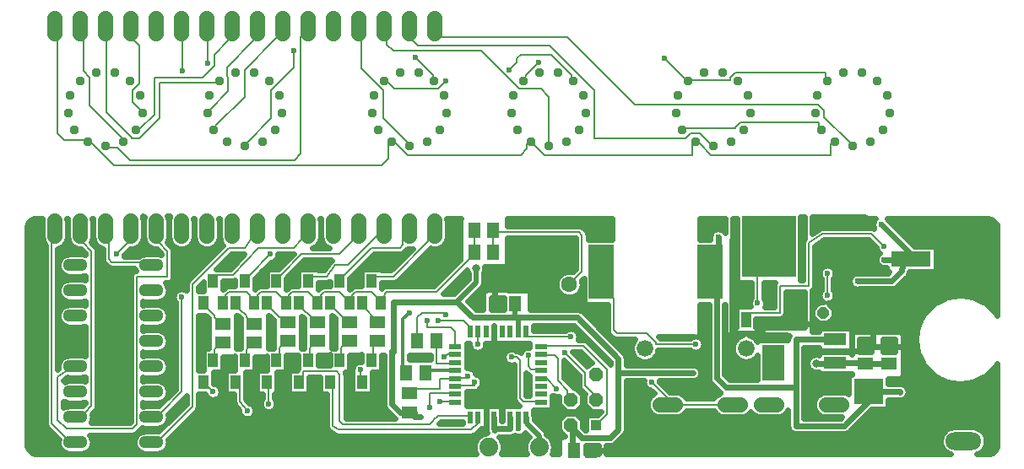
<source format=gbr>
G04 DipTrace 3.0.0.1*
G04 Top.gbr*
%MOIN*%
G04 #@! TF.FileFunction,Copper,L1,Top*
G04 #@! TF.Part,Single*
%AMOUTLINE0*5,1,8,0,0,0.063001,67.499118*%
%AMOUTLINE3*5,1,8,0,0,0.048001,-22.501296*%
%AMOUTLINE6*
4,1,20,
-0.023979,-0.024,
-0.032189,-0.02256,
-0.039411,-0.018399,
-0.044774,-0.012018,
-0.047631,-0.004188,
-0.047639,0.004147,
-0.044795,0.011982,
-0.039444,0.018371,
-0.032228,0.022546,
-0.024021,0.024,
0.023979,0.024,
0.032189,0.02256,
0.039411,0.018399,
0.044774,0.012018,
0.047631,0.004188,
0.047639,-0.004147,
0.044795,-0.011982,
0.039444,-0.018371,
0.032228,-0.022546,
0.024021,-0.024,
-0.023979,-0.024,
0*%
%AMOUTLINE9*5,1,8,0,0,0.06,67.500441*%
%AMOUTLINE12*
4,1,20,
-0.03,0.029974,
-0.028199,0.040236,
-0.022999,0.049264,
-0.015022,0.055967,
-0.005235,0.059539,
0.005184,0.059549,
0.014978,0.055993,
0.022965,0.049303,
0.028182,0.040285,
0.03,0.030026,
0.03,-0.029974,
0.028199,-0.040236,
0.022999,-0.049264,
0.015022,-0.055967,
0.005235,-0.059539,
-0.005184,-0.059549,
-0.014978,-0.055993,
-0.022965,-0.049303,
-0.028182,-0.040285,
-0.03,-0.030026,
-0.03,0.029974,
0*%
%AMOUTLINE15*
4,1,20,
-0.029974,-0.03,
-0.040236,-0.028199,
-0.049264,-0.022999,
-0.055967,-0.015022,
-0.059539,-0.005235,
-0.059549,0.005184,
-0.055993,0.014978,
-0.049303,0.022965,
-0.040285,0.028182,
-0.030026,0.03,
0.029974,0.03,
0.040236,0.028199,
0.049264,0.022999,
0.055967,0.015022,
0.059539,0.005235,
0.059549,-0.005184,
0.055993,-0.014978,
0.049303,-0.022965,
0.040285,-0.028182,
0.030026,-0.03,
-0.029974,-0.03,
0*%
%AMOUTLINE18*
4,1,20,
-0.035219,-0.035249,
-0.047277,-0.033135,
-0.057885,-0.027022,
-0.065762,-0.017652,
-0.069959,-0.006151,
-0.06997,0.006091,
-0.065793,0.017598,
-0.057932,0.026983,
-0.047335,0.033114,
-0.035281,0.035249,
0.035219,0.035249,
0.047277,0.033135,
0.057885,0.027022,
0.065762,0.017652,
0.069959,0.006151,
0.06997,-0.006091,
0.065793,-0.017598,
0.057932,-0.026983,
0.047335,-0.033114,
0.035281,-0.035249,
-0.035219,-0.035249,
0*%
G04 #@! TA.AperFunction,Conductor*
%ADD14C,0.007874*%
%ADD15C,0.019685*%
G04 #@! TA.AperFunction,CopperBalancing*
%ADD16C,0.022*%
G04 #@! TA.AperFunction,Conductor*
%ADD17C,0.011811*%
%ADD22R,0.15748X0.062992*%
G04 #@! TA.AperFunction,ComponentPad*
%ADD24C,0.063*%
%ADD26R,0.051181X0.059055*%
%ADD28R,0.059055X0.051181*%
G04 #@! TA.AperFunction,ComponentPad*
%ADD30C,0.066*%
%ADD32R,0.11811X0.098425*%
%ADD33R,0.022X0.05*%
%ADD34R,0.05X0.022*%
%ADD35R,0.088X0.048*%
%ADD36R,0.086614X0.141732*%
G04 #@! TA.AperFunction,ComponentPad*
%ADD38R,0.042392X0.042461*%
%ADD40R,0.098425X0.216535*%
G04 #@! TA.AperFunction,ComponentPad*
%ADD41C,0.037205*%
%ADD43R,0.051181X0.062992*%
%ADD44R,0.062992X0.051181*%
%ADD46R,0.03937X0.062992*%
%ADD47R,0.212598X0.244094*%
%ADD48R,0.03937X0.055118*%
G04 #@! TA.AperFunction,ComponentPad*
%ADD50C,0.074*%
G04 #@! TA.AperFunction,ViaPad*
%ADD55C,0.023622*%
%ADD56C,0.031496*%
%ADD57C,0.04*%
G04 #@! TA.AperFunction,ComponentPad*
%ADD118OUTLINE0*%
%ADD121OUTLINE3*%
%ADD124OUTLINE6*%
%ADD127OUTLINE9*%
%ADD130OUTLINE12*%
%ADD133OUTLINE15*%
%ADD136OUTLINE18*%
%FSLAX26Y26*%
G04*
G70*
G90*
G75*
G01*
G04 Top*
%LPD*%
X2274864Y1781398D2*
D14*
Y1868894D1*
X2574959Y1656392D2*
X2594165Y1668567D1*
X2274864Y1868894D2*
X2268266Y1862297D1*
X2612913D1*
X2625412Y1849798D1*
Y1706845D1*
X2574959Y1656392D1*
X1881210Y1393894D2*
D16*
X1874959D1*
Y1181392D1*
X1906013Y1150339D1*
X1943710D1*
X1987462Y1131394D2*
X1962459D1*
Y1150339D1*
X1943710D1*
X2277962Y1131146D2*
Y1084865D1*
X2281698Y1081129D1*
X2594165Y999887D2*
X2587459D1*
Y1100139D1*
X2581210D1*
X1874961Y1181392D2*
Y1390930D1*
X1881210D1*
Y1587642D1*
X2131210D1*
X2193710Y1525142D1*
X2361651D1*
X2372450D1*
X2606215D1*
X2768710Y1362647D1*
Y1306392D1*
Y1081390D1*
X2737462Y1050142D1*
X2624961D1*
X2596835Y1078268D1*
X2581210Y1100139D1*
X2277962Y1084865D2*
X2340954D1*
Y1131146D1*
X2768710Y1306392D2*
X3062866D1*
Y1306105D1*
X3744045Y1343601D2*
X3837785D1*
X3625307Y1347110D2*
X3747634D1*
X3768463Y1343022D1*
X3744045Y1343601D1*
X3550315D2*
X3625307D1*
Y1347110D1*
X2206210Y1718892D2*
D15*
Y1662642D1*
X2131210Y1587642D1*
X2372450Y1469146D2*
Y1525142D1*
X2361651Y1579969D2*
Y1525142D1*
X3625017Y2219256D2*
D14*
X3607293Y2212150D1*
Y2166974D1*
X3135441D1*
X3090265Y2212150D1*
X3075017Y2219256D1*
X675017D2*
X660738Y2227209D1*
X580324D1*
X555324Y2252209D1*
Y2618744D1*
X543710Y2675142D1*
X675017Y2219256D2*
X690856Y2212150D1*
X1875017Y2219256D2*
X1860442Y2212150D1*
Y2151815D1*
X1835442Y2126815D1*
X776190D1*
X690856Y2212150D1*
X1875017Y2219256D2*
X1890560Y2212150D1*
X2425017Y2219256D2*
X2407588Y2212150D1*
Y2191974D1*
X2382588Y2166974D1*
X1935736D1*
X1890560Y2212150D1*
X3075017Y2219256D2*
X3060147Y2212150D1*
Y2166974D1*
X2477299D1*
X2425017Y2219256D1*
X812403D2*
X806308Y2237248D1*
X680816Y2362740D1*
Y2473173D1*
X655718Y2498272D1*
Y2618744D1*
X643710Y2675142D1*
X2949714Y2548469D2*
X3030029Y2468154D1*
X3045690Y2460783D1*
X743710Y2675142D2*
X746072Y2618744D1*
Y2337642D1*
X846466Y2237248D1*
Y2232228D1*
X876583D1*
X956899Y2312545D1*
Y2453094D1*
X1177765D1*
X1195690Y2460783D1*
X1845690D2*
X1860442Y2452997D1*
X2395690Y2460783D2*
X2402568Y2478193D1*
Y2483213D1*
X2452765Y2533409D1*
X3045690Y2460783D2*
X3060147Y2463134D1*
X3210738D1*
Y2473173D1*
X3230816Y2493252D1*
X3587214D1*
Y2478193D1*
X3595690Y2460783D1*
X1860442Y2452997D2*
X1885442Y2427997D1*
X2056210D1*
X2086328Y2458115D1*
X1860442Y2452997D2*
D3*
X890450Y2332323D2*
X881604Y2347681D1*
X851486Y2377799D1*
Y2422978D1*
X876584Y2448076D1*
Y2598665D1*
X856505Y2618744D1*
X843710Y2675142D1*
X2337312Y2503291D2*
X2367430Y2533409D1*
Y2548470D1*
X2382490Y2563529D1*
X2507982D1*
Y2558508D1*
X2583277Y2483213D1*
Y2478193D1*
X2591730Y2460783D1*
X1965856Y2553490D2*
X2036131Y2483214D1*
Y2478193D1*
X2041730Y2460783D1*
X1047253Y2498272D2*
Y2618744D1*
X1043710Y2675142D1*
X1147647Y2528390D2*
Y2618744D1*
X1143710Y2675142D1*
X865360Y2266173D2*
X881604Y2272386D1*
X936820Y2327602D1*
Y2473173D1*
X1127568D1*
X1172745Y2518350D1*
Y2563528D1*
X1227962Y2618744D1*
X1243710Y2675142D1*
X1146970Y2332323D2*
X1157686Y2347681D1*
X1227962Y2417957D1*
Y2473173D1*
X1222942Y2478193D1*
Y2513331D1*
X1328356Y2618744D1*
X1343710Y2675142D1*
X1172060Y2266173D2*
X1177765Y2282425D1*
X3022060Y2266173D2*
X3040068Y2272386D1*
X3230816D1*
Y2277406D1*
X3250895Y2297484D1*
X3562115D1*
Y2282425D1*
X3572060Y2266173D1*
X1177765Y2282425D2*
X1293218Y2397878D1*
Y2503291D1*
X1418710Y2628783D1*
X1443710Y2675142D1*
X3677324Y1543252D2*
D16*
X3656210Y1531395D1*
Y1500143D1*
X3452226D1*
Y1517421D1*
X3744045Y1410530D2*
Y1424843D1*
X3775291D1*
Y1493562D1*
X3731210Y1537643D1*
X3699962D1*
X3677324Y1543252D1*
X3645433Y1756392D2*
X3668710Y1737642D1*
X3677324Y1543252D2*
X3668710Y1562642D1*
Y1737642D1*
X3744045Y1424843D2*
X3712798Y1393596D1*
X3506570D1*
Y1256110D1*
X3625307D1*
X3756543Y1024885D2*
X3875281D1*
X4078385Y1227988D1*
X3895843Y1410530D1*
X3837785D1*
X3619058Y1003118D2*
X3720266D1*
X3756543Y1024885D1*
X3363058Y1003118D2*
X3619058D1*
X3219100D2*
X3363058D1*
X2963100D2*
X3219100D1*
X2661094Y999887D2*
X2987462D1*
X2963100Y1003118D1*
X3452226Y1499835D2*
X3337837D1*
Y1465667D1*
X3305402Y1462525D1*
X3218710D1*
Y1831395D1*
X3231210D1*
X2246836Y1234516D2*
Y1187643D1*
X2246466D1*
Y1131146D1*
Y1187643D2*
X2309458D1*
Y1131146D1*
X2277962Y1469146D2*
Y1297016D1*
X2246836D1*
Y1234516D1*
X1187462Y1187643D2*
X1206108Y1206289D1*
Y1269331D1*
X1334336Y1222016D2*
X1331104Y1269331D1*
X1456210Y1222016D2*
Y1269331D1*
X1456108D1*
X1581210Y1222016D2*
Y1269335D1*
X1581104D1*
X1706210Y1222020D2*
Y1269335D1*
X1706112D1*
X1831210Y1222016D2*
Y1269335D1*
X1831112D1*
X3744045Y1410530D2*
X3837785D1*
X4131504Y1234234D2*
X4109627D1*
X4103382Y1227988D1*
X4078385D1*
X2281210Y1662642D2*
Y1593480D1*
X2294722Y1579969D1*
X2281210Y1662642D2*
X2438256D1*
X2572007Y1796392D1*
X2574959D1*
X2381688Y1812302D2*
D15*
X2559050D1*
X2574959Y1796392D1*
X2081210Y1368892D2*
D14*
X2099962Y1381391D1*
X2124710Y1378886D1*
X2012461Y1512643D2*
Y1487642D1*
X2106210D1*
X2124710Y1469142D1*
Y1410382D1*
X2056210Y1512642D2*
X2156210D1*
X2183474Y1485378D1*
Y1469146D1*
X2212462Y1418894D2*
Y1450142D1*
X2214970Y1469146D1*
X1131304Y1581835D2*
X1149962Y1556394D1*
X1174962Y1531394D1*
Y1525143D1*
X1206210Y1500039D1*
X1331206Y1500043D2*
X1299962Y1525143D1*
Y1531394D1*
X1274962Y1556394D1*
X1256304Y1581835D1*
X1168706Y1355945D2*
X1174962Y1381394D1*
Y1400142D1*
X1206210Y1425236D1*
X1462458Y1506287D2*
X1431210Y1525143D1*
X1399962Y1556394D1*
X1381312Y1581831D1*
X1293702Y1355945D2*
X1299962Y1381394D1*
Y1400142D1*
X1331206Y1425240D1*
X1506301Y1581835D2*
X1524962Y1556394D1*
X1549962Y1531395D1*
X1581210Y1506291D1*
X1418706Y1355945D2*
X1431210Y1381394D1*
Y1406394D1*
X1462458Y1431484D1*
X1631304Y1581839D2*
X1649962Y1556394D1*
X1674962Y1531395D1*
X1706210Y1506291D1*
X1543702Y1355949D2*
X1549962Y1381394D1*
Y1406394D1*
X1581210Y1431488D1*
X1818710Y1506196D2*
X1778332Y1552316D1*
X1774761Y1556394D1*
X1756308Y1581835D1*
X1668710Y1355949D2*
X1674962Y1381394D1*
Y1406394D1*
X1706210Y1431488D1*
X1793710Y1355949D2*
X1799962Y1381394D1*
Y1412644D1*
X1818710Y1431392D1*
X1543702Y1668449D2*
X1562895Y1687642D1*
X1618714D1*
X1649962Y1731394D1*
X1699962D1*
X1843710Y1875142D1*
X1668706Y1668453D2*
X1687462Y1693894D1*
X1793710Y1800142D1*
X1906209D1*
X1918710Y1812643D1*
Y1831395D1*
X1943710Y1875142D1*
Y2202323D2*
X1935738Y2217169D1*
X1840364Y2312543D1*
Y2422976D1*
X1755029Y2508311D1*
Y2618744D1*
X1743710Y2675142D1*
X1843710D2*
X1855423Y2618744D1*
Y2603587D1*
X1880423Y2578587D1*
X2226881D1*
X2377470Y2427997D1*
X2462803D1*
X2492923Y2397878D1*
Y2217169D1*
X2493710Y2202323D1*
X1943710Y2675142D2*
X1955816Y2618744D1*
X1975895Y2598665D1*
X2497942D1*
X2673631Y2422976D1*
Y2232228D1*
X3035049D1*
X3055127Y2252307D1*
X3090265D1*
X3130423Y2212150D1*
X3143710Y2202323D1*
X2043710Y2675142D2*
X2071269Y2633803D1*
X2568218D1*
X2834261Y2367760D1*
X3557096D1*
X3582194Y2342661D1*
Y2317563D1*
X3682588Y2217169D1*
X3693710Y2202323D1*
X1206108Y1581835D2*
X1218710Y1606394D1*
Y1612642D1*
X1231210Y1625142D1*
X1299962D1*
X1312462Y1612642D1*
Y1606394D1*
X1331108Y1581835D1*
X2200060Y1781398D2*
Y1868894D1*
X1831112Y1581835D2*
X1832823Y1580915D1*
X1852073Y1625142D1*
X2049962D1*
X2174962Y1750142D1*
X2200060Y1781398D1*
X1706108Y1581839D2*
X1718710Y1606394D1*
Y1612642D1*
X1731210Y1625142D1*
X1793714D1*
X1812462Y1606394D1*
X1831112Y1581835D1*
X1581104D2*
X1593710Y1606394D1*
Y1612642D1*
X1606210Y1625142D1*
X1668714D1*
X1687462Y1606394D1*
X1706108Y1581839D1*
X1456115Y1581831D2*
X1468710Y1606394D1*
Y1612642D1*
X1481210Y1625142D1*
X1543714D1*
X1562462Y1606394D1*
X1581104Y1581835D1*
X1331108D2*
X1343710Y1606394D1*
Y1612642D1*
X1356210Y1625142D1*
X1418714D1*
X1437462Y1606394D1*
X1456115Y1581831D1*
X2375438Y1087378D2*
D15*
Y1128157D1*
X2372450Y1131146D1*
X2199962Y1268894D2*
D14*
Y1256394D1*
X2143710D1*
X2124710Y1252902D1*
X1131304Y1269331D2*
X1168710Y1231925D1*
Y1231395D1*
X2025475Y1168619D2*
Y1224864D1*
X2099962D1*
X2124710Y1221406D1*
X1303084Y1156394D2*
X1274962Y1193895D1*
Y1243894D1*
X1256301Y1269331D1*
X2062971Y1193617D2*
X2131210Y1193891D1*
X2124710Y1189909D1*
X1387462Y1184520D2*
Y1243894D1*
X1381304Y1269331D1*
X1506301Y1269335D2*
X1524962Y1293894D1*
Y1312642D1*
X1656210D1*
X1668710Y1300142D1*
Y1115772D1*
X1681210Y1103272D1*
X2024962D1*
X2037462Y1115772D1*
Y1118894D1*
X2056210Y1137642D1*
X2174962D1*
X2183474Y1131146D1*
X1631308Y1269335D2*
X1642138Y1244892D1*
Y1094892D1*
X1662463Y1081392D1*
X2187461D1*
X2212462Y1106394D1*
X2214970Y1131146D1*
X2346836Y1368894D2*
X2368710D1*
X2381210Y1356394D1*
Y1206395D1*
X2393710Y1193895D1*
X2443710D1*
X2462710Y1189909D1*
X1756308Y1269335D2*
X1749962Y1293894D1*
Y1318894D1*
X2456690Y1012386D2*
D15*
Y1056121D1*
X2406685Y1106126D1*
Y1131146D1*
X2403946D1*
X2581210Y1450142D2*
D14*
X2412462D1*
X2403946Y1469146D1*
X2681210Y1200139D2*
X2668710Y1225143D1*
X2637462Y1256391D1*
Y1306390D1*
X2556210Y1387642D1*
X2581210Y1200139D2*
X2568710Y1225143D1*
Y1237642D1*
X2531210Y1275142D1*
Y1362642D1*
X2518710Y1375142D1*
X2487462D1*
X2462710Y1378886D1*
X2681210Y1100139D2*
X2724962Y1143891D1*
Y1318890D1*
X2631210Y1412642D1*
X2487462D1*
X2462710Y1410382D1*
X3318710Y1581392D2*
Y1716188D1*
X3362462Y1804823D1*
X2702273Y1705260D2*
X2749962Y1600142D1*
Y1475142D1*
X2762462Y1462642D1*
X2881210D1*
X2918710Y1425142D1*
Y1418894D1*
X3074962D1*
X3593710Y1612642D2*
Y1699814D1*
X3594060D1*
X3272698Y1517421D2*
X3287462Y1543895D1*
X3406210D1*
Y1650142D1*
X3520352D1*
Y1818517D1*
X3574961Y1856392D1*
X3768713D1*
X3818710Y1806395D1*
X2412462Y1375142D2*
Y1331394D1*
X2424962Y1318894D1*
X2443710D1*
X2462710Y1315894D1*
X2899962Y1268894D2*
X2963100Y1205756D1*
Y1181118D1*
X3219100D1*
X2524962Y1243894D2*
X2487462Y1281394D1*
X2462710Y1284398D1*
X1943710Y1225142D2*
Y1243612D1*
X2062971D1*
Y1281391D1*
X2099962D1*
X2124710Y1284398D1*
X2143710Y1287642D1*
X2174962D1*
Y1293894D1*
X624966Y1031390D2*
X587462Y1050142D1*
X531210Y1106394D1*
Y1875142D1*
X543710D1*
X624966Y1131390D2*
X662462Y1150142D1*
X687462Y1175142D1*
Y1787643D1*
X656210Y1818895D1*
X643710Y1875142D1*
X743710D2*
X756210Y1818895D1*
Y1756394D1*
X768710Y1743894D1*
X881210D1*
X924966Y1731390D1*
X787462Y1775142D2*
X831214Y1818895D1*
X843710Y1875142D1*
X943710D2*
X956210Y1818895D1*
X987462Y1787643D1*
Y1686948D1*
X867190D1*
Y1101581D1*
X850382Y1084773D1*
X590003D1*
X554087Y1120689D1*
Y1289437D1*
X587462Y1312642D1*
X624966Y1331390D1*
X924966Y1031390D2*
X962462Y1050142D1*
X1086453Y1174133D1*
Y1655385D1*
X1231210Y1800142D1*
X1293710D1*
X1318710Y1831395D1*
X1343710Y1875142D1*
X924966Y1131390D2*
X962462Y1150142D1*
X1043710Y1231390D1*
Y1606394D1*
X1168706Y1668449D2*
X1187323Y1694075D1*
X1246159D1*
X1346298Y1800142D1*
X1487457D1*
X1518710Y1831395D1*
X1543710Y1875142D1*
X1293706Y1668449D2*
X1312462Y1693894D1*
X1393710Y1775142D1*
X1793710Y1668449D2*
X1812903Y1687642D1*
X1881210D1*
X2018710Y1825142D1*
Y1831395D1*
X2043710Y1875142D1*
X1293710Y2202323D2*
X1303257Y2217169D1*
X1398631Y2312543D1*
Y2422976D1*
X1488986Y2513331D1*
Y2578587D1*
X1543710Y2675142D2*
X1514084Y2633803D1*
Y2171894D1*
X1489084Y2146894D1*
X841448D1*
X791249Y2197092D1*
X761131D1*
X743710Y2202323D1*
X1418714Y1668445D2*
X1437462Y1693894D1*
X1518710Y1775142D1*
X1668709D1*
X1718710Y1825143D1*
Y1831395D1*
X1743710Y1875142D1*
X2124710Y1315894D2*
D17*
X2015711D1*
X2006210Y1306392D1*
X2049959Y1431391D2*
D14*
Y1343892D1*
X2121213D1*
X2124710Y1347390D1*
X1931407Y1306392D2*
D17*
X1918710D1*
Y1518892D1*
X1943710Y1543892D1*
X1975156Y1431391D2*
D14*
Y1525339D1*
X1993710Y1543892D1*
X2081211D1*
X2087461Y1537643D1*
X3818710Y1753268D2*
D16*
X3918049D1*
X3924961Y1756392D1*
X3712459Y1668892D2*
X3847176D1*
X3887365Y1709081D1*
X3894047Y1753262D1*
X3924961Y1756392D1*
X3131407Y1705260D2*
X3156606Y1600142D1*
Y1287245D1*
X3193710Y1250142D1*
X3469073D1*
Y1097016D1*
X3659942D1*
X3794504Y1231577D1*
X3756543D1*
X3881530D1*
Y1231113D1*
X3469073Y1250142D2*
Y1438110D1*
X3625307D1*
X3162459Y1843892D2*
Y1812643D1*
X3131407Y1705260D1*
X3924961Y1756392D2*
Y1775142D1*
X3806210Y1893892D1*
D55*
X1488986Y2578587D3*
X1965856Y2553490D3*
X2949714Y2548469D3*
X2452765Y2533409D3*
X1147647Y2528390D3*
X2337312Y2503291D3*
X1047253Y2498272D3*
X2086328Y2458115D3*
X3806210Y1893892D3*
X3162459Y1843892D3*
X3231210Y1831395D3*
X3818710Y1806395D3*
X787462Y1775142D3*
X1393710D3*
X3818710Y1753268D3*
D56*
X2206210Y1718892D3*
D55*
X3594060Y1699814D3*
D57*
X2281210Y1662642D3*
D55*
X3712459Y1668892D3*
X3593710Y1612642D3*
X1043710Y1606394D3*
X3318710Y1581392D3*
X1943710Y1543892D3*
X2087461Y1537643D3*
X2012461Y1512643D3*
X2056210Y1512642D3*
X2581210Y1450142D3*
X2212462Y1418894D3*
X3074962D3*
X1881210Y1393894D3*
X2556210Y1387642D3*
X2412462Y1375142D3*
X2081210Y1368892D3*
X2346836Y1368894D3*
D56*
X3550315Y1343601D3*
D55*
X1749962Y1318894D3*
X3062866Y1306105D3*
X2174962Y1293894D3*
X2199962Y1268894D3*
X2899962D3*
X2524962Y1243894D3*
D56*
X2246836Y1234516D3*
D55*
X1168710Y1231395D3*
X1334336Y1222016D3*
X1456210D3*
X1581210D3*
X1706210Y1222020D3*
X1831210Y1222016D3*
X1187462Y1187643D3*
X1387462Y1184520D3*
X2025475Y1168619D3*
X2062971Y1193617D3*
X3881530Y1231113D3*
X1303084Y1156394D3*
X1987462Y1131394D3*
X2375438Y1087378D3*
X2281698Y1081129D3*
X2381688Y1812302D3*
X446197Y1904773D2*
D16*
X491727D1*
X2095681D2*
X2141598D1*
X2333341D2*
X2740496D1*
X3093588D2*
X3187844D1*
X3224213D2*
X3234164D1*
X3490748D2*
X3500690D1*
X3537068D2*
X3774324D1*
X3841072D2*
X4251277D1*
X437045Y1882904D2*
X491727D1*
X2095681D2*
X2141598D1*
X2626861D2*
X2740496D1*
X3093588D2*
X3187844D1*
X3224213D2*
X3234164D1*
X3490748D2*
X3500690D1*
X3537068D2*
X3774367D1*
X3862944D2*
X4262492D1*
X436916Y1861035D2*
X491727D1*
X2095681D2*
X2141598D1*
X2648517D2*
X2740496D1*
X3093588D2*
X3133703D1*
X3224213D2*
X3234164D1*
X3490748D2*
X3500690D1*
X3884814D2*
X4262965D1*
X436916Y1839167D2*
X492457D1*
X2094951D2*
X2141598D1*
X2651353D2*
X2740496D1*
X3093588D2*
X3128976D1*
X3224213D2*
X3234164D1*
X3490748D2*
X3500690D1*
X3906685D2*
X4262965D1*
X436916Y1817298D2*
X500621D1*
X586791D2*
X600581D1*
X693568D2*
X700608D1*
X886799D2*
X900617D1*
X993576D2*
X1000635D1*
X1086818D2*
X1100636D1*
X1186807D2*
X1200625D1*
X1586803D2*
X1600621D1*
X2086787D2*
X2141598D1*
X2333341D2*
X2599472D1*
X3224213D2*
X3234164D1*
X3562420D2*
X3772047D1*
X3928556D2*
X4262923D1*
X436916Y1795429D2*
X505262D1*
X557143D2*
X643923D1*
X712088D2*
X730289D1*
X843486D2*
X943930D1*
X1012096D2*
X1190743D1*
X1937256D2*
X1953223D1*
X2024740D2*
X2141598D1*
X2333341D2*
X2599472D1*
X3224213D2*
X3234164D1*
X3546264D2*
X3786871D1*
X4025709D2*
X4262923D1*
X436916Y1773560D2*
X505262D1*
X557143D2*
X587848D1*
X713377D2*
X730289D1*
X821657D2*
X887856D1*
X1013385D2*
X1168871D1*
X1240388D2*
X1286348D1*
X1427475D2*
X1481383D1*
X1802892D2*
X1931352D1*
X2002869D2*
X2141598D1*
X2333341D2*
X2599472D1*
X3224213D2*
X3234164D1*
X3546264D2*
X3792285D1*
X4025709D2*
X4262923D1*
X436916Y1751692D2*
X505262D1*
X713377D2*
X730762D1*
X1013385D2*
X1147000D1*
X1218517D2*
X1265723D1*
X1417119D2*
X1459512D1*
X1781021D2*
X1909480D1*
X1980997D2*
X2140739D1*
X2333341D2*
X2599472D1*
X3224213D2*
X3234164D1*
X3546264D2*
X3784938D1*
X4025709D2*
X4262923D1*
X436916Y1729823D2*
X505262D1*
X713377D2*
X747004D1*
X1013385D2*
X1125129D1*
X1196646D2*
X1245055D1*
X1384161D2*
X1437640D1*
X1509157D2*
X1617465D1*
X1759150D2*
X1887652D1*
X1959169D2*
X2118867D1*
X2326810D2*
X2599472D1*
X3224213D2*
X3234164D1*
X3546264D2*
X3581911D1*
X3606205D2*
X3795293D1*
X4025709D2*
X4262879D1*
X436916Y1707954D2*
X505262D1*
X713377D2*
X853953D1*
X1013385D2*
X1103259D1*
X1362291D2*
X1377012D1*
X1487287D2*
X1502008D1*
X1737280D2*
X1752000D1*
X1937299D2*
X2096996D1*
X2242248D2*
X2590751D1*
X3224213D2*
X3234164D1*
X3546264D2*
X3561340D1*
X3626829D2*
X3824211D1*
X4025709D2*
X4262879D1*
X436916Y1686085D2*
X505262D1*
X557143D2*
X661539D1*
X713377D2*
X841277D1*
X1013385D2*
X1081387D1*
X1340420D2*
X1377012D1*
X1465416D2*
X1502008D1*
X1715408D2*
X1752000D1*
X1915428D2*
X2075125D1*
X2146685D2*
X2174383D1*
X2238037D2*
X2530938D1*
X3224213D2*
X3234164D1*
X3546264D2*
X3563391D1*
X3624724D2*
X3683747D1*
X3910123D2*
X4262879D1*
X436959Y1664217D2*
X505262D1*
X557143D2*
X569781D1*
X713377D2*
X841277D1*
X996455D2*
X1062223D1*
X1210396D2*
X1252016D1*
X1335392D2*
X1377012D1*
X1460388D2*
X1502008D1*
X1710381D2*
X1752000D1*
X1887197D2*
X2053297D1*
X2124814D2*
X2163684D1*
X2238037D2*
X2522043D1*
X3224213D2*
X3234164D1*
X3546264D2*
X3567774D1*
X3619654D2*
X3678976D1*
X3888252D2*
X4262836D1*
X436959Y1642348D2*
X505262D1*
X713377D2*
X841277D1*
X993404D2*
X1060504D1*
X1112385D2*
X1127020D1*
X2102944D2*
X2141812D1*
X2230001D2*
X2523419D1*
X3224213D2*
X3292774D1*
X3344654D2*
X3380301D1*
X3544975D2*
X3567774D1*
X3619654D2*
X3693071D1*
X3864963D2*
X4262836D1*
X436959Y1620479D2*
X505262D1*
X713377D2*
X841277D1*
X993404D2*
X1013196D1*
X2081072D2*
X2119942D1*
X2208173D2*
X2232434D1*
X2423963D2*
X2536136D1*
X2613799D2*
X2631055D1*
X3224213D2*
X3292774D1*
X3344654D2*
X3380301D1*
X3432139D2*
X3500699D1*
X3537068D2*
X3560899D1*
X3626529D2*
X4262836D1*
X436959Y1598610D2*
X505262D1*
X557143D2*
X569781D1*
X713377D2*
X841277D1*
X980169D2*
X1010875D1*
X2186303D2*
X2232304D1*
X2268717D2*
X2314075D1*
X2424049D2*
X2631055D1*
X3224213D2*
X3289980D1*
X3347448D2*
X3380301D1*
X3432139D2*
X3500699D1*
X3537068D2*
X3563176D1*
X3624252D2*
X4050270D1*
X4187143D2*
X4262793D1*
X436959Y1576741D2*
X505262D1*
X557143D2*
X661539D1*
X713377D2*
X841277D1*
X893115D2*
X1017793D1*
X2187849D2*
X2232304D1*
X2268717D2*
X2314075D1*
X2424049D2*
X2724039D1*
X3093588D2*
X3123606D1*
X3224213D2*
X3285255D1*
X3352173D2*
X3380301D1*
X3432139D2*
X3500699D1*
X3537068D2*
X3549265D1*
X3605388D2*
X4010524D1*
X4226888D2*
X4262793D1*
X436959Y1554873D2*
X505262D1*
X713377D2*
X841277D1*
X988076D2*
X1017793D1*
X2616420D2*
X2724039D1*
X3093588D2*
X3123606D1*
X3224213D2*
X3230997D1*
X3432139D2*
X3500699D1*
X3621329D2*
X3988395D1*
X4249060D2*
X4262798D1*
X436959Y1533004D2*
X505262D1*
X713377D2*
X841277D1*
X994608D2*
X1017793D1*
X1112385D2*
X1137591D1*
X2644092D2*
X2724039D1*
X3093588D2*
X3123606D1*
X3224213D2*
X3230997D1*
X3429475D2*
X3500699D1*
X3621459D2*
X3970391D1*
X436959Y1511135D2*
X505262D1*
X713377D2*
X841277D1*
X989924D2*
X1017793D1*
X1112385D2*
X1149320D1*
X1263119D2*
X1274294D1*
X1388115D2*
X1405587D1*
X1638108D2*
X1649304D1*
X2665963D2*
X2724039D1*
X3093588D2*
X3123606D1*
X3224213D2*
X3230997D1*
X3314404D2*
X3500699D1*
X3537068D2*
X3547866D1*
X3606764D2*
X3959219D1*
X436959Y1489266D2*
X505262D1*
X557143D2*
X587547D1*
X713377D2*
X841277D1*
X962337D2*
X1017793D1*
X1112385D2*
X1149320D1*
X1263119D2*
X1274294D1*
X1388115D2*
X1405587D1*
X1638108D2*
X1649304D1*
X2436940D2*
X2596336D1*
X2687833D2*
X2724039D1*
X3093588D2*
X3123606D1*
X3224213D2*
X3230997D1*
X3314404D2*
X3500699D1*
X3537068D2*
X3949379D1*
X436959Y1467398D2*
X505262D1*
X557143D2*
X661539D1*
X713377D2*
X841277D1*
X975657D2*
X1017793D1*
X1112385D2*
X1149320D1*
X1263119D2*
X1274294D1*
X1388115D2*
X1405587D1*
X1638108D2*
X1649304D1*
X2609888D2*
X2618207D1*
X2709705D2*
X2725308D1*
X3093588D2*
X3123606D1*
X3888467D2*
X3945555D1*
X437001Y1445529D2*
X505262D1*
X557143D2*
X661539D1*
X713377D2*
X841277D1*
X992244D2*
X1017793D1*
X1112385D2*
X1149320D1*
X1263119D2*
X1274294D1*
X1388115D2*
X1405587D1*
X1638108D2*
X1649304D1*
X2614701D2*
X2640079D1*
X2731576D2*
X2743802D1*
X2934088D2*
X3055715D1*
X3094189D2*
X3123606D1*
X3189580D2*
X3239106D1*
X3306841D2*
X3436976D1*
X3894654D2*
X3942117D1*
X437001Y1423660D2*
X505262D1*
X557143D2*
X661539D1*
X713377D2*
X841277D1*
X994264D2*
X1017793D1*
X1112385D2*
X1149320D1*
X1263119D2*
X1274294D1*
X1388115D2*
X1405587D1*
X1638108D2*
X1649304D1*
X2171736D2*
X2179038D1*
X2245900D2*
X2415696D1*
X2753448D2*
X2822051D1*
X3108412D2*
X3123606D1*
X3189580D2*
X3222047D1*
X3723552D2*
X3764571D1*
X3817268D2*
X3858285D1*
X3894654D2*
X3943063D1*
X437001Y1401791D2*
X505262D1*
X557143D2*
X661539D1*
X713377D2*
X841277D1*
X983005D2*
X1017793D1*
X1112385D2*
X1127020D1*
X2171736D2*
X2183688D1*
X2241260D2*
X2393266D1*
X2775318D2*
X2817969D1*
X3103772D2*
X3123606D1*
X3189580D2*
X3217965D1*
X3502049D2*
X3559308D1*
X3723552D2*
X3764571D1*
X3817268D2*
X3858285D1*
X3894654D2*
X3946543D1*
X437001Y1379923D2*
X505262D1*
X557143D2*
X661539D1*
X713377D2*
X841277D1*
X893115D2*
X1017793D1*
X1112385D2*
X1127020D1*
X2171736D2*
X2315020D1*
X2599705D2*
X2628176D1*
X2796416D2*
X2823383D1*
X2922529D2*
X3123606D1*
X3189580D2*
X3223423D1*
X3502049D2*
X3559308D1*
X3894654D2*
X3951442D1*
X437001Y1358054D2*
X505262D1*
X557143D2*
X564437D1*
X713377D2*
X841277D1*
X985497D2*
X1017793D1*
X1112385D2*
X1127020D1*
X1210396D2*
X1252016D1*
X1335392D2*
X1377012D1*
X1460388D2*
X1502008D1*
X1585385D2*
X1627004D1*
X1710381D2*
X1752000D1*
X2171736D2*
X2314934D1*
X2621576D2*
X2650047D1*
X2801701D2*
X2843492D1*
X2902420D2*
X3123606D1*
X3189580D2*
X3243488D1*
X3302416D2*
X3315976D1*
X3502049D2*
X3515617D1*
X3894654D2*
X3962356D1*
X437001Y1336185D2*
X505262D1*
X713377D2*
X841277D1*
X994564D2*
X1017793D1*
X1112385D2*
X1127020D1*
X1210396D2*
X1252016D1*
X1335392D2*
X1377012D1*
X1460388D2*
X1502008D1*
X1710381D2*
X1721276D1*
X2171736D2*
X2355281D1*
X2557123D2*
X2571930D1*
X3074810D2*
X3123606D1*
X3189580D2*
X3315976D1*
X3502049D2*
X3513336D1*
X3894654D2*
X3973957D1*
X437001Y1314316D2*
X505262D1*
X713377D2*
X841277D1*
X991169D2*
X1017793D1*
X2201299D2*
X2355281D1*
X2557123D2*
X2593759D1*
X3095608D2*
X3123606D1*
X3189580D2*
X3315976D1*
X3502049D2*
X3527942D1*
X3894654D2*
X3994453D1*
X4242959D2*
X4262664D1*
X437001Y1292448D2*
X505262D1*
X713377D2*
X841277D1*
X970588D2*
X1017793D1*
X1173013D2*
X1214591D1*
X1298009D2*
X1339629D1*
X1423005D2*
X1464625D1*
X1694654D2*
X1714617D1*
X1797993D2*
X1841976D1*
X2223256D2*
X2355281D1*
X2407119D2*
X2415703D1*
X2557123D2*
X2611547D1*
X3093588D2*
X3123606D1*
X3197143D2*
X3315976D1*
X3502049D2*
X3675496D1*
X3893108D2*
X4019375D1*
X4218037D2*
X4262621D1*
X437001Y1270579D2*
X505262D1*
X713377D2*
X841277D1*
X970157D2*
X1017793D1*
X1173013D2*
X1214591D1*
X1298009D2*
X1339629D1*
X1423005D2*
X1464625D1*
X1548001D2*
X1589621D1*
X1694654D2*
X1714617D1*
X1797993D2*
X1841976D1*
X2233740D2*
X2355281D1*
X2407119D2*
X2415703D1*
X2571517D2*
X2611547D1*
X2801701D2*
X2866180D1*
X2934045D2*
X3128504D1*
X3502049D2*
X3675496D1*
X3837592D2*
X4064579D1*
X4172833D2*
X4262621D1*
X437045Y1248710D2*
X505262D1*
X713377D2*
X841277D1*
X991084D2*
X1017793D1*
X1197377D2*
X1214591D1*
X1300416D2*
X1339629D1*
X1423005D2*
X1464625D1*
X1548001D2*
X1589621D1*
X1694654D2*
X1714617D1*
X1797993D2*
X1841976D1*
X2226478D2*
X2355281D1*
X2407119D2*
X2415703D1*
X2591885D2*
X2612793D1*
X2801701D2*
X2873442D1*
X2955916D2*
X3149387D1*
X3502049D2*
X3675496D1*
X3909993D2*
X4262621D1*
X437045Y1226841D2*
X505262D1*
X713377D2*
X841277D1*
X994608D2*
X1003412D1*
X1202189D2*
X1214631D1*
X1300888D2*
X1339629D1*
X1423005D2*
X1464625D1*
X1548001D2*
X1589621D1*
X1694654D2*
X1714617D1*
X1797993D2*
X1841976D1*
X2171736D2*
X2355281D1*
X2407119D2*
X2415703D1*
X2623896D2*
X2631269D1*
X2801701D2*
X2906270D1*
X3014740D2*
X3167434D1*
X3502049D2*
X3567387D1*
X3915064D2*
X4262579D1*
X437045Y1204972D2*
X505262D1*
X713377D2*
X841277D1*
X1053045D2*
X1060535D1*
X1112385D2*
X1149148D1*
X1188268D2*
X1249051D1*
X1300888D2*
X1361156D1*
X1413768D2*
X1616219D1*
X1694654D2*
X1841976D1*
X2171736D2*
X2355324D1*
X2509728D2*
X2531496D1*
X2801701D2*
X2887235D1*
X3038975D2*
X3143199D1*
X3502049D2*
X3543152D1*
X3901529D2*
X4262579D1*
X437045Y1183104D2*
X505262D1*
X580001D2*
X659648D1*
X713377D2*
X841277D1*
X893115D2*
X959656D1*
X1031173D2*
X1059644D1*
X1112385D2*
X1251629D1*
X1322201D2*
X1353680D1*
X1421244D2*
X1616219D1*
X1694654D2*
X1841976D1*
X2171736D2*
X2368731D1*
X2509728D2*
X2532312D1*
X2801701D2*
X2881563D1*
X3502049D2*
X3537524D1*
X3837592D2*
X4262579D1*
X437045Y1161235D2*
X505262D1*
X708908D2*
X841277D1*
X1009303D2*
X1037816D1*
X1108560D2*
X1267613D1*
X1336509D2*
X1363864D1*
X1411060D2*
X1616219D1*
X1694654D2*
X1849496D1*
X2509728D2*
X2550747D1*
X2611693D2*
X2650735D1*
X2801701D2*
X2885644D1*
X3502049D2*
X3541606D1*
X3769916D2*
X4262579D1*
X437045Y1139366D2*
X505262D1*
X694213D2*
X841277D1*
X994220D2*
X1015945D1*
X1087463D2*
X1274231D1*
X1331912D2*
X1616219D1*
X1694654D2*
X1871239D1*
X2437369D2*
X2551047D1*
X2611349D2*
X2638016D1*
X2801701D2*
X2904551D1*
X3021657D2*
X3160559D1*
X3277665D2*
X3304504D1*
X3421612D2*
X3436075D1*
X3502049D2*
X3560512D1*
X3748045D2*
X4262535D1*
X437045Y1117497D2*
X505262D1*
X692322D2*
X841277D1*
X1065592D2*
X1616219D1*
X2439432D2*
X2532399D1*
X2630041D2*
X2638033D1*
X2801701D2*
X3436075D1*
X3726173D2*
X4262535D1*
X437045Y1095629D2*
X507883D1*
X1043720D2*
X1616219D1*
X2461303D2*
X2531496D1*
X2630900D2*
X2638017D1*
X2801701D2*
X3436117D1*
X3704303D2*
X4262535D1*
X437045Y1073760D2*
X528079D1*
X875112D2*
X888959D1*
X1021849D2*
X1628852D1*
X2215608D2*
X2247043D1*
X2482701D2*
X2538199D1*
X2800756D2*
X3446688D1*
X3682345D2*
X4053407D1*
X4209572D2*
X4262492D1*
X437045Y1051891D2*
X549949D1*
X689829D2*
X860098D1*
X999978D2*
X2213656D1*
X2299697D2*
X2413676D1*
X2499717D2*
X2538887D1*
X2784944D2*
X4041332D1*
X4221689D2*
X4262492D1*
X437088Y1030022D2*
X555320D1*
X694600D2*
X855328D1*
X994608D2*
X2200508D1*
X2312888D2*
X2400484D1*
X2512908D2*
X2531755D1*
X2763072D2*
X4039571D1*
X4223408D2*
X4262492D1*
X440181Y1008154D2*
X561680D1*
X688240D2*
X861688D1*
X988248D2*
X2197844D1*
X2315552D2*
X2397864D1*
X2515529D2*
X2531755D1*
X2641772D2*
X2687129D1*
X2723497D2*
X4047476D1*
X4215501D2*
X4259356D1*
X466135Y986285D2*
X2204031D1*
X2309365D2*
X2404051D1*
X2509341D2*
X2531755D1*
X2641772D2*
X2687129D1*
X2723497D2*
X4073731D1*
X4189291D2*
X4233360D1*
X3935942Y1807694D2*
X4023507D1*
Y1705091D1*
X3917932D1*
X3916728Y1699766D1*
X3914909Y1695287D1*
X3912413Y1691148D1*
X3909148Y1687298D1*
X3867182Y1645467D1*
X3863272Y1642626D1*
X3858965Y1640432D1*
X3854367Y1638937D1*
X3849593Y1638181D1*
X3770176Y1638087D1*
X3719601D1*
X3712459Y1637276D1*
X3707513Y1637665D1*
X3702689Y1638823D1*
X3698105Y1640722D1*
X3693875Y1643314D1*
X3690102Y1646535D1*
X3686881Y1650308D1*
X3684289Y1654538D1*
X3682390Y1659122D1*
X3681232Y1663946D1*
X3680843Y1668892D1*
X3681232Y1673839D1*
X3682390Y1678663D1*
X3684289Y1683247D1*
X3686881Y1687476D1*
X3690102Y1691249D1*
X3693875Y1694471D1*
X3698105Y1697063D1*
X3702689Y1698962D1*
X3707513Y1700119D1*
X3712459Y1700509D1*
X3717406Y1700119D1*
X3719583Y1699686D1*
X3834448Y1699698D1*
X3836507Y1705091D1*
X3826415D1*
Y1722493D1*
X3818710Y1721651D1*
X3813764Y1722041D1*
X3808940Y1723198D1*
X3804356Y1725097D1*
X3800126Y1727689D1*
X3796353Y1730911D1*
X3793131Y1734684D1*
X3790539Y1738913D1*
X3788640Y1743497D1*
X3787483Y1748322D1*
X3787093Y1753268D1*
X3787483Y1758214D1*
X3788640Y1763038D1*
X3790539Y1767622D1*
X3793131Y1771852D1*
X3796353Y1775625D1*
X3801585Y1779822D1*
X3796353Y1784038D1*
X3793131Y1787811D1*
X3790539Y1792041D1*
X3788640Y1796625D1*
X3787483Y1801449D1*
X3787173Y1804370D1*
X3758867Y1832660D1*
X3582357Y1832650D1*
X3544110Y1806101D1*
X3544021Y1648280D1*
X3542933Y1642804D1*
X3540596Y1637736D1*
X3537140Y1633353D1*
X3535434Y1631822D1*
X3534882Y1622949D1*
X3534751Y1468904D1*
X3561499Y1468916D1*
X3561501Y1481916D1*
X3689113D1*
Y1394304D1*
X3561501D1*
Y1407324D1*
X3499882Y1407304D1*
X3499879Y1127810D1*
X3647178Y1127822D1*
X3649084Y1131312D1*
X3585986Y1131556D1*
X3572390Y1134186D1*
X3568934Y1135757D1*
X3557344Y1142715D1*
X3554631Y1145377D1*
X3546122Y1155882D1*
X3544486Y1159306D1*
X3540080Y1172087D1*
X3539713Y1175866D1*
X3539945Y1189383D1*
X3540892Y1193060D1*
X3545734Y1205682D1*
X3547882Y1208814D1*
X3556748Y1219020D1*
X3559836Y1221226D1*
X3571659Y1227785D1*
X3575318Y1228803D1*
X3588669Y1230921D1*
X3652130Y1230680D1*
X3665726Y1228050D1*
X3669181Y1226479D1*
X3677680Y1221583D1*
X3677682Y1300596D1*
X3689327D1*
X3689113Y1303304D1*
X3561501D1*
X3561302Y1309787D1*
X3555877Y1308486D1*
X3550315Y1308047D1*
X3544753Y1308486D1*
X3539328Y1309787D1*
X3534173Y1311923D1*
X3529417Y1314837D1*
X3525175Y1318461D1*
X3521551Y1322703D1*
X3518636Y1327459D1*
X3516501Y1332614D1*
X3515199Y1338039D1*
X3514761Y1343601D1*
X3515199Y1349163D1*
X3516501Y1354588D1*
X3518636Y1359743D1*
X3521551Y1364499D1*
X3525175Y1368741D1*
X3529417Y1372365D1*
X3534173Y1375280D1*
X3539328Y1377415D1*
X3544753Y1378717D1*
X3550315Y1379155D1*
X3555877Y1378717D1*
X3561496Y1377343D1*
X3561501Y1390916D1*
X3689113D1*
Y1377896D1*
X3689341Y1420388D1*
X3689538Y1457247D1*
X3690559Y1460866D1*
X3692398Y1464148D1*
X3694951Y1466911D1*
X3698079Y1469001D1*
X3701608Y1470303D1*
X3705344Y1470745D1*
X3785249Y1470549D1*
X3788869Y1469528D1*
X3790923Y1468491D1*
X3794139Y1469962D1*
X3797828Y1470696D1*
X3877741D1*
X3881430Y1469962D1*
X3884846Y1468387D1*
X3887802Y1466059D1*
X3890130Y1463104D1*
X3891705Y1459688D1*
X3892438Y1455999D1*
Y1298133D1*
X3891705Y1294444D1*
X3890130Y1291028D1*
X3887801Y1288073D1*
X3884846Y1285744D1*
X3881430Y1284169D1*
X3877741Y1283436D1*
X3835365Y1283386D1*
X3835404Y1262396D1*
X3879050Y1262633D1*
X3884011D1*
X3888911Y1261856D1*
X3893630Y1260323D1*
X3898050Y1258071D1*
X3902064Y1255155D1*
X3905572Y1251647D1*
X3908488Y1247633D1*
X3910740Y1243213D1*
X3912273Y1238493D1*
X3913050Y1233593D1*
Y1228633D1*
X3912273Y1223732D1*
X3910740Y1219013D1*
X3908488Y1214593D1*
X3905572Y1210579D1*
X3902064Y1207071D1*
X3898050Y1204155D1*
X3893630Y1201903D1*
X3888911Y1200370D1*
X3884011Y1199593D1*
X3879050D1*
X3872684Y1200783D1*
X3835425Y1200772D1*
X3835404Y1162559D1*
X3769018D1*
X3679949Y1073591D1*
X3676038Y1070749D1*
X3671731Y1068555D1*
X3667134Y1067062D1*
X3662360Y1066304D1*
X3582942Y1066210D1*
X3466656Y1066304D1*
X3461882Y1067062D1*
X3457285Y1068555D1*
X3452978Y1070749D1*
X3449067Y1073591D1*
X3445648Y1077009D1*
X3442807Y1080920D1*
X3440613Y1085227D1*
X3439119Y1089824D1*
X3438362Y1094598D1*
X3438268Y1161083D1*
X3436382Y1156554D1*
X3434234Y1153423D1*
X3425367Y1143217D1*
X3422280Y1141010D1*
X3410457Y1134451D1*
X3406798Y1133433D1*
X3393446Y1131316D1*
X3329986Y1131556D1*
X3316390Y1134186D1*
X3312934Y1135757D1*
X3301344Y1142715D1*
X3298631Y1145377D1*
X3291206Y1154287D1*
X3285816Y1148097D1*
X3281409Y1143217D1*
X3278322Y1141010D1*
X3266499Y1134451D1*
X3262840Y1133433D1*
X3249488Y1131316D1*
X3186028Y1131556D1*
X3172432Y1134186D1*
X3168976Y1135757D1*
X3157386Y1142715D1*
X3154673Y1145377D1*
X3146164Y1155882D1*
X3145597Y1156917D1*
X3142100Y1157375D1*
X3036825Y1157318D1*
X3034276Y1153423D1*
X3025409Y1143217D1*
X3022322Y1141010D1*
X3010499Y1134451D1*
X3006840Y1133433D1*
X2993488Y1131315D1*
X2930028Y1131556D1*
X2916432Y1134186D1*
X2912976Y1135757D1*
X2901386Y1142715D1*
X2898673Y1145377D1*
X2890164Y1155882D1*
X2888528Y1159306D1*
X2884122Y1172087D1*
X2883755Y1175866D1*
X2883987Y1189383D1*
X2884934Y1193060D1*
X2889776Y1205682D1*
X2891924Y1208814D1*
X2900790Y1219020D1*
X2903878Y1221226D1*
X2910324Y1224955D1*
X2897909Y1237367D1*
X2892581Y1238151D1*
X2887862Y1239684D1*
X2883442Y1241936D1*
X2879428Y1244852D1*
X2875920Y1248360D1*
X2873004Y1252374D1*
X2870752Y1256794D1*
X2869219Y1261513D1*
X2868442Y1266413D1*
Y1271374D1*
X2869084Y1275600D1*
X2799511Y1275587D1*
X2799421Y1078972D1*
X2798664Y1074198D1*
X2797171Y1069601D1*
X2794976Y1065294D1*
X2792135Y1061383D1*
X2759245Y1028358D1*
X2755570Y1025219D1*
X2751448Y1022693D1*
X2746982Y1020844D1*
X2742281Y1019715D1*
X2737462Y1019336D1*
X2721262D1*
X2721310Y985005D1*
X4079071Y985129D1*
X4074339Y987088D1*
X4061168Y994959D1*
X4058459Y997615D1*
X4048774Y1009513D1*
X4047135Y1012942D1*
X4042106Y1027437D1*
X4041739Y1031215D1*
X4041970Y1046555D1*
X4042917Y1050231D1*
X4048381Y1064568D1*
X4050529Y1067699D1*
X4060566Y1079303D1*
X4063654Y1081509D1*
X4077055Y1088982D1*
X4080715Y1090000D1*
X4095862Y1092436D1*
X4169822Y1092194D1*
X4185211Y1089252D1*
X4188669Y1087678D1*
X4201840Y1079807D1*
X4204549Y1077151D1*
X4214234Y1065253D1*
X4215873Y1061824D1*
X4220902Y1047329D1*
X4221269Y1043551D1*
X4221038Y1028211D1*
X4220091Y1024535D1*
X4214627Y1010198D1*
X4212479Y1007067D1*
X4202442Y995463D1*
X4199354Y993257D1*
X4185953Y985785D1*
X4184831Y985406D1*
X4197707Y985136D1*
X4225768Y985138D1*
X4232031Y985570D1*
X4236946Y986579D1*
X4241684Y988232D1*
X4246160Y990500D1*
X4250295Y993343D1*
X4254016Y996709D1*
X4257256Y1000539D1*
X4259959Y1004766D1*
X4262076Y1009315D1*
X4263571Y1014105D1*
X4264415Y1019051D1*
X4264680Y1047142D1*
X4264790Y1342144D1*
X4260281Y1334785D1*
X4254675Y1328222D1*
X4224958Y1298745D1*
X4217976Y1293672D1*
X4194606Y1281573D1*
X4176837Y1272710D1*
X4168629Y1270043D1*
X4142664Y1265760D1*
X4123025Y1262820D1*
X4114395D1*
X4088377Y1266770D1*
X4068791Y1270043D1*
X4060583Y1272710D1*
X4037059Y1284507D1*
X4019444Y1293672D1*
X4012462Y1298745D1*
X3993734Y1317234D1*
X3979814Y1331394D1*
X3974740Y1338375D1*
X3962642Y1361745D1*
X3953778Y1379514D1*
X3951112Y1387723D1*
X3946828Y1413688D1*
X3943888Y1433327D1*
Y1441957D1*
X3947839Y1467975D1*
X3951112Y1487560D1*
X3953778Y1495769D1*
X3965575Y1519293D1*
X3974740Y1536908D1*
X3979814Y1543890D1*
X3998301Y1562618D1*
X4012462Y1576538D1*
X4019444Y1581612D1*
X4042814Y1593710D1*
X4060583Y1602573D1*
X4068791Y1605240D1*
X4094756Y1609524D1*
X4114395Y1612463D1*
X4123025D1*
X4149043Y1608513D1*
X4168629Y1605240D1*
X4176837Y1602573D1*
X4200361Y1590777D1*
X4217976Y1581612D1*
X4224958Y1576538D1*
X4243686Y1558051D1*
X4257606Y1543890D1*
X4262680Y1536908D1*
X4264966Y1532795D1*
X4264924Y1880819D1*
X4264020Y1886621D1*
X4262500Y1891403D1*
X4260358Y1895940D1*
X4257634Y1900154D1*
X4254373Y1903966D1*
X4250635Y1907314D1*
X4246484Y1910134D1*
X4241997Y1912378D1*
X4237251Y1914005D1*
X4232331Y1914988D1*
X4216423Y1915394D1*
X3829530Y1915197D1*
X3833022Y1910630D1*
X3935946Y1807723D1*
X2626106Y1652367D2*
X2624848Y1644415D1*
X2622360Y1636759D1*
X2618705Y1629585D1*
X2613972Y1623072D1*
X2608280Y1617379D1*
X2601766Y1612647D1*
X2594593Y1608992D1*
X2586937Y1606504D1*
X2578984Y1605245D1*
X2570934D1*
X2562982Y1606504D1*
X2555325Y1608992D1*
X2548152Y1612647D1*
X2541639Y1617379D1*
X2535946Y1623072D1*
X2531214Y1629585D1*
X2527559Y1636759D1*
X2525071Y1644415D1*
X2523812Y1652367D1*
Y1660417D1*
X2525071Y1668370D1*
X2527559Y1676026D1*
X2531214Y1683199D1*
X2535946Y1689713D1*
X2541639Y1695406D1*
X2548152Y1700138D1*
X2555325Y1703793D1*
X2562982Y1706281D1*
X2570934Y1707539D1*
X2578984D1*
X2586937Y1706281D1*
X2590344Y1705319D1*
X2601710Y1716720D1*
X2601669Y1838545D1*
X2331167Y1838554D1*
X2330945Y1827689D1*
X2330358Y1825043D1*
X2331092Y1821354D1*
Y1741441D1*
X2330358Y1737752D1*
X2328783Y1734336D1*
X2326454Y1731382D1*
X2323500Y1729052D1*
X2320084Y1727478D1*
X2316395Y1726744D1*
X2240932Y1726694D1*
X2241764Y1718892D1*
X2241325Y1713331D1*
X2240024Y1707906D1*
X2237888Y1702751D1*
X2235840Y1699291D1*
X2235766Y1660315D1*
X2234407Y1653480D1*
X2231490Y1647151D1*
X2227175Y1641677D1*
X2226928Y1641449D1*
X2173972Y1588475D1*
X2206499Y1555920D1*
X2234487Y1555948D1*
X2234703Y1621173D1*
X2235724Y1624793D1*
X2237563Y1628075D1*
X2240117Y1630837D1*
X2243244Y1632928D1*
X2246773Y1634230D1*
X2250509Y1634672D1*
X2408367Y1634475D1*
X2411987Y1633454D1*
X2415269Y1631615D1*
X2418031Y1629062D1*
X2420122Y1625934D1*
X2421424Y1622406D1*
X2421866Y1618669D1*
Y1555892D1*
X2608633Y1555853D1*
X2613407Y1555097D1*
X2618004Y1553602D1*
X2622311Y1551408D1*
X2626222Y1548567D1*
X2682445Y1492478D1*
X2792135Y1382654D1*
X2794976Y1378743D1*
X2797171Y1374436D1*
X2798664Y1369839D1*
X2799421Y1365064D1*
X2799516Y1337167D1*
X3057920Y1337332D1*
X3062866Y1337722D1*
X3067812Y1337332D1*
X3072636Y1336175D1*
X3077220Y1334276D1*
X3081450Y1331684D1*
X3085223Y1328462D1*
X3088445Y1324689D1*
X3091037Y1320459D1*
X3092936Y1315875D1*
X3094093Y1311051D1*
X3094483Y1306105D1*
X3094093Y1301159D1*
X3092936Y1296335D1*
X3091037Y1291751D1*
X3088445Y1287521D1*
X3085223Y1283748D1*
X3081450Y1280526D1*
X3077220Y1277934D1*
X3072636Y1276035D1*
X3067812Y1274878D1*
X3062866Y1274488D1*
X3057920Y1274878D1*
X3054636Y1275601D1*
X2930823Y1275587D1*
X2931499Y1270919D1*
X2971533Y1230902D1*
X2996172Y1230680D1*
X3009768Y1228050D1*
X3013223Y1226479D1*
X3024814Y1219521D1*
X3027526Y1216860D1*
X3036035Y1206354D1*
X3036602Y1205319D1*
X3040100Y1204861D1*
X3145374Y1204919D1*
X3147924Y1208814D1*
X3156790Y1219020D1*
X3159878Y1221226D1*
X3171701Y1227785D1*
X3172155Y1227940D1*
X3164148Y1236136D1*
X3133181Y1267239D1*
X3130340Y1271150D1*
X3128146Y1275457D1*
X3126652Y1280054D1*
X3125895Y1284828D1*
X3125801Y1364245D1*
Y1577156D1*
X3091328Y1577186D1*
X3091370Y1449786D1*
X3082343Y1449636D1*
X3087062Y1448104D1*
X3091482Y1445852D1*
X3095496Y1442936D1*
X3099004Y1439428D1*
X3101920Y1435413D1*
X3104172Y1430993D1*
X3105705Y1426274D1*
X3106482Y1421374D1*
Y1416413D1*
X3105705Y1411513D1*
X3104172Y1406794D1*
X3101920Y1402374D1*
X3099004Y1398360D1*
X3095496Y1394852D1*
X3091482Y1391936D1*
X3087062Y1389684D1*
X3082343Y1388151D1*
X3077442Y1387374D1*
X3072482D1*
X3067581Y1388151D1*
X3062862Y1389684D1*
X3058442Y1391936D1*
X3054093Y1395161D1*
X2925118Y1395014D1*
X2923184Y1386958D1*
X2920012Y1379302D1*
X2915682Y1372238D1*
X2910302Y1365936D1*
X2904000Y1360555D1*
X2896936Y1356226D1*
X2889280Y1353054D1*
X2881223Y1351119D1*
X2872962Y1350470D1*
X2864701Y1351119D1*
X2856644Y1353054D1*
X2848988Y1356226D1*
X2841924Y1360555D1*
X2835622Y1365936D1*
X2830241Y1372238D1*
X2825912Y1379302D1*
X2822740Y1386958D1*
X2820806Y1395014D1*
X2820156Y1403276D1*
X2820806Y1411537D1*
X2822740Y1419593D1*
X2825912Y1427249D1*
X2830241Y1434314D1*
X2834050Y1438915D1*
X2760600Y1438972D1*
X2755125Y1440060D1*
X2750056Y1442398D1*
X2745450Y1446093D1*
X2731908Y1459722D1*
X2728807Y1464362D1*
X2726875Y1469598D1*
X2726232Y1475470D1*
X2726219Y1577193D1*
X2633255Y1577186D1*
Y1681127D1*
X2623879Y1671735D1*
X2625634Y1664419D1*
X2626265Y1656392D1*
X2626106Y1652367D1*
X2316255Y1557232D2*
Y1602694D1*
X2266516Y1602667D1*
X2266512Y1557266D1*
X2316294Y1557270D1*
X3605724Y1512283D2*
X3598151Y1505055D1*
X3594088Y1502781D1*
X3589608Y1501517D1*
X3586509Y1501273D1*
X3565041Y1501517D1*
X3560560Y1502781D1*
X3556497Y1505055D1*
X3554134Y1507073D1*
X3539127Y1522425D1*
X3536853Y1526488D1*
X3535589Y1530969D1*
X3535345Y1534067D1*
X3535589Y1555535D1*
X3536853Y1560016D1*
X3539127Y1564079D1*
X3541146Y1566442D1*
X3556497Y1581449D1*
X3560560Y1583723D1*
X3565041Y1584987D1*
X3568139Y1585231D1*
X3577979D1*
X3573176Y1588600D1*
X3569668Y1592108D1*
X3566752Y1596122D1*
X3564500Y1600542D1*
X3562967Y1605261D1*
X3562190Y1610161D1*
Y1615122D1*
X3562967Y1620022D1*
X3564500Y1624741D1*
X3566752Y1629161D1*
X3569978Y1633510D1*
X3569967Y1679373D1*
X3567102Y1683294D1*
X3564850Y1687714D1*
X3563318Y1692433D1*
X3562541Y1697333D1*
Y1702294D1*
X3563318Y1707194D1*
X3564850Y1711913D1*
X3567102Y1716333D1*
X3570018Y1720348D1*
X3573526Y1723856D1*
X3577541Y1726772D1*
X3581961Y1729024D1*
X3586680Y1730556D1*
X3591580Y1731333D1*
X3596541D1*
X3601441Y1730556D1*
X3606160Y1729024D1*
X3610580Y1726772D1*
X3614594Y1723856D1*
X3618102Y1720348D1*
X3621018Y1716333D1*
X3623270Y1711913D1*
X3624803Y1707194D1*
X3625580Y1702294D1*
Y1697333D1*
X3624803Y1692433D1*
X3623270Y1687714D1*
X3621018Y1683294D1*
X3617437Y1678560D1*
X3617453Y1633513D1*
X3620668Y1629161D1*
X3622920Y1624741D1*
X3624453Y1620022D1*
X3625230Y1615122D1*
Y1610161D1*
X3624453Y1605261D1*
X3622920Y1600542D1*
X3620668Y1596122D1*
X3617752Y1592108D1*
X3614244Y1588600D1*
X3610230Y1585684D1*
X3605810Y1583432D1*
X3601091Y1581899D1*
X3598241Y1581365D1*
X3600514Y1579430D1*
X3615521Y1564079D1*
X3617795Y1560016D1*
X3619059Y1555535D1*
X3619303Y1552437D1*
X3619059Y1530969D1*
X3617795Y1526488D1*
X3615521Y1522425D1*
X3613503Y1520062D1*
X3605724Y1512283D1*
X3721310Y1388997D2*
X3766770D1*
X3766743Y1438736D1*
X3721343Y1438740D1*
X3721346Y1388958D1*
X3815050Y1388997D2*
X3860511D1*
X3860483Y1438736D1*
X3815083Y1438740D1*
X3815087Y1388958D1*
X2639562Y1019357D2*
Y984982D1*
X2689289Y985038D1*
X2689304Y1019323D1*
X2639537Y1019336D1*
X3318184Y1376038D2*
X3313115Y1368982D1*
X3307256Y1363122D1*
X3300552Y1358251D1*
X3293169Y1354490D1*
X3285289Y1351929D1*
X3277105Y1350633D1*
X3268819D1*
X3260635Y1351929D1*
X3252755Y1354490D1*
X3245371Y1358251D1*
X3238668Y1363122D1*
X3232808Y1368982D1*
X3227937Y1375685D1*
X3224176Y1383068D1*
X3221615Y1390949D1*
X3220319Y1399133D1*
Y1407419D1*
X3221615Y1415602D1*
X3224176Y1423483D1*
X3227937Y1430866D1*
X3232808Y1437570D1*
X3238668Y1443429D1*
X3245371Y1448301D1*
X3252755Y1452062D1*
X3260635Y1454622D1*
X3261825Y1454860D1*
X3203541Y1455041D1*
X3199921Y1456062D1*
X3196638Y1457900D1*
X3193877Y1460454D1*
X3191786Y1463581D1*
X3190484Y1467110D1*
X3190042Y1470846D1*
Y1577194D1*
X3187406Y1577186D1*
X3187412Y1300005D1*
X3206493Y1280924D1*
X3318190Y1280948D1*
X3318186Y1376021D1*
X3284098Y1454860D2*
X3289280Y1453497D1*
X3296936Y1450325D1*
X3304000Y1445996D1*
X3310302Y1440615D1*
X3315682Y1434314D1*
X3318184Y1430513D1*
X3318186Y1437782D1*
X3438283D1*
X3438647Y1442929D1*
X3439776Y1447630D1*
X3441625Y1452096D1*
X3443033Y1454545D1*
X3430879Y1454844D1*
X3284312D1*
X897678Y1923967D2*
X891585Y1925888D1*
X889373Y1924739D1*
X891063Y1920402D1*
X893423Y1907083D1*
X893516Y1845168D1*
X893218Y1841745D1*
X890642Y1828474D1*
X889071Y1825018D1*
X882113Y1813428D1*
X879451Y1810715D1*
X868946Y1802206D1*
X865522Y1800570D1*
X852741Y1796164D1*
X848962Y1795797D1*
X841677Y1795790D1*
X818987Y1773091D1*
X818165Y1767621D1*
X876862Y1767636D1*
X885623Y1772420D1*
X889282Y1773438D1*
X900583Y1775193D1*
X952043Y1774951D1*
X963727Y1772629D1*
X963230Y1772787D1*
X963719Y1774948D1*
Y1777827D1*
X945728Y1795799D1*
X935445Y1796029D1*
X931768Y1796976D1*
X919146Y1801818D1*
X916014Y1803966D1*
X905808Y1812832D1*
X903602Y1815920D1*
X897043Y1827743D1*
X896025Y1831402D1*
X893907Y1844753D1*
X894148Y1908214D1*
X896778Y1921810D1*
X897663Y1923958D1*
X890878Y1921070D1*
X891958Y1915626D1*
X895476Y1915789D1*
X897013Y1922458D1*
X897626Y1923888D1*
X892093Y988841D2*
X886346Y990096D1*
X882888Y991669D1*
X873104Y997588D1*
X870394Y1000247D1*
X863223Y1009156D1*
X861585Y1012583D1*
X857895Y1023408D1*
X857529Y1027184D1*
X857762Y1038617D1*
X858710Y1042294D1*
X862840Y1052958D1*
X864987Y1056088D1*
X872514Y1064697D1*
X875604Y1066904D1*
X885623Y1072420D1*
X889282Y1073438D1*
X900583Y1075193D1*
X952043Y1074951D1*
X953451Y1074709D1*
X974328Y1095875D1*
X964308Y1090360D1*
X960650Y1089341D1*
X949349Y1087587D1*
X897888Y1087828D1*
X887726Y1089682D1*
X885244Y1086161D1*
X865802Y1066719D1*
X861161Y1063618D1*
X855925Y1061686D1*
X850054Y1061043D1*
X680785Y1061030D1*
X686709Y1053623D1*
X688346Y1050197D1*
X692037Y1039371D1*
X692403Y1035596D1*
X692169Y1024163D1*
X691222Y1020486D1*
X687092Y1009822D1*
X684945Y1006692D1*
X677417Y998083D1*
X674328Y995875D1*
X664308Y990360D1*
X660650Y989341D1*
X649349Y987587D1*
X597888Y987828D1*
X586346Y990097D1*
X582888Y991669D1*
X573104Y997588D1*
X570394Y1000247D1*
X563223Y1009156D1*
X561585Y1012583D1*
X557895Y1023408D1*
X557529Y1027184D1*
X557762Y1038617D1*
X559517Y1044518D1*
X513156Y1090974D1*
X510055Y1095614D1*
X508123Y1100850D1*
X507480Y1106722D1*
X507467Y1811125D1*
X503958Y1815329D1*
X497043Y1827741D1*
X496025Y1831402D1*
X493907Y1844753D1*
X494148Y1908214D1*
X495370Y1915193D1*
X476465Y1915394D1*
X465600Y1915290D1*
X461097Y1914596D1*
X456730Y1913299D1*
X452577Y1911427D1*
X448715Y1909010D1*
X445215Y1906094D1*
X442140Y1902734D1*
X439546Y1898990D1*
X437482Y1894928D1*
X435984Y1890626D1*
X435080Y1886161D1*
X434711Y1876650D1*
X434882Y1024022D1*
X435298Y1017865D1*
X436273Y1013037D1*
X437867Y1008377D1*
X440058Y1003963D1*
X442806Y999875D1*
X446063Y996180D1*
X449776Y992942D1*
X453879Y990215D1*
X458302Y988049D1*
X462971Y986478D1*
X467806Y985529D1*
X479707Y984894D1*
X2206923Y985007D1*
X2204209Y990647D1*
X2201454Y999125D1*
X2200059Y1007929D1*
Y1016843D1*
X2201454Y1025647D1*
X2204209Y1034125D1*
X2208256Y1042067D1*
X2213495Y1049278D1*
X2219798Y1055581D1*
X2227009Y1060820D1*
X2234951Y1064867D1*
X2243429Y1067622D1*
X2251593Y1068941D1*
X2248664Y1075345D1*
X2247535Y1080046D1*
X2247156Y1084865D1*
Y1175951D1*
X2308768D1*
Y1115667D1*
X2310148Y1117865D1*
Y1175951D1*
X2378168D1*
X2363156Y1190975D1*
X2360055Y1195615D1*
X2358123Y1200852D1*
X2357480Y1206723D1*
X2357467Y1339126D1*
X2351782Y1337667D1*
X2346836Y1337277D1*
X2341890Y1337667D1*
X2337066Y1338824D1*
X2332482Y1340723D1*
X2328252Y1343315D1*
X2324479Y1346537D1*
X2321257Y1350310D1*
X2318665Y1354539D1*
X2316766Y1359123D1*
X2315609Y1363948D1*
X2315219Y1368894D1*
X2315609Y1373840D1*
X2316766Y1378664D1*
X2318665Y1383248D1*
X2321257Y1387478D1*
X2324479Y1391251D1*
X2328252Y1394472D1*
X2332482Y1397064D1*
X2337066Y1398963D1*
X2341890Y1400121D1*
X2346836Y1400510D1*
X2351782Y1400121D1*
X2356606Y1398963D1*
X2361190Y1397064D1*
X2365420Y1394472D1*
X2367705Y1392626D1*
X2372424Y1392344D1*
X2377797Y1390829D1*
X2382665Y1388102D1*
X2383003Y1387836D1*
X2382665Y1388102D1*
X2383003Y1387836D1*
X2386883Y1393726D1*
X2390105Y1397499D1*
X2393878Y1400720D1*
X2398108Y1403312D1*
X2402692Y1405211D1*
X2407516Y1406369D1*
X2412462Y1406759D1*
X2417912Y1406269D1*
X2417904Y1424307D1*
X2278652Y1424340D1*
Y1494336D1*
X2277272Y1491951D1*
Y1424340D1*
X2243627D1*
X2244079Y1418894D1*
X2243689Y1413948D1*
X2242531Y1409123D1*
X2240633Y1404539D1*
X2238041Y1400310D1*
X2234819Y1396537D1*
X2231046Y1393315D1*
X2226816Y1390723D1*
X2222232Y1388824D1*
X2217408Y1387667D1*
X2212462Y1387277D1*
X2207516Y1387667D1*
X2202692Y1388824D1*
X2198108Y1390723D1*
X2193878Y1393315D1*
X2190105Y1396537D1*
X2186883Y1400310D1*
X2184291Y1404539D1*
X2182392Y1409123D1*
X2181235Y1413948D1*
X2180845Y1418894D1*
X2181280Y1424340D1*
X2169550D1*
X2169516Y1325043D1*
X2174962Y1325510D1*
X2179908Y1325121D1*
X2184732Y1323963D1*
X2189316Y1322064D1*
X2193546Y1319472D1*
X2197319Y1316251D1*
X2200541Y1312478D1*
X2203133Y1308248D1*
X2205031Y1303664D1*
X2205972Y1299933D1*
X2212062Y1298104D1*
X2216482Y1295852D1*
X2220496Y1292936D1*
X2224004Y1289428D1*
X2226920Y1285413D1*
X2229172Y1280993D1*
X2230705Y1276274D1*
X2231482Y1271374D1*
Y1266413D1*
X2230705Y1261513D1*
X2229172Y1256794D1*
X2226920Y1252374D1*
X2224004Y1248360D1*
X2220902Y1245227D1*
X2218016Y1240974D1*
X2213917Y1237185D1*
X2209049Y1234458D1*
X2203676Y1232944D1*
X2199962Y1232651D1*
X2169497D1*
X2169516Y1175984D1*
X2245776Y1175951D1*
Y1086340D1*
X2225967D1*
X2202881Y1063339D1*
X2198240Y1060238D1*
X2193003Y1058306D1*
X2187133Y1057663D1*
X1660601Y1057723D1*
X1655126Y1058811D1*
X1650058Y1061148D1*
X1627491Y1076206D1*
X1623533Y1080142D1*
X1620604Y1084892D1*
X1618864Y1090196D1*
X1618395Y1094892D1*
Y1221951D1*
X1591818Y1221970D1*
Y1288871D1*
X1548143Y1288899D1*
X1546898Y1284807D1*
X1545789Y1282507D1*
X1545791Y1221970D1*
X1466810D1*
Y1316699D1*
X1501572D1*
X1503026Y1321728D1*
X1504017Y1323795D1*
X1504211Y1363584D1*
Y1375486D1*
X1501159Y1375206D1*
X1458234D1*
X1458197Y1308580D1*
X1420772D1*
X1420795Y1221966D1*
X1411205Y1221894D1*
Y1205437D1*
X1414420Y1201039D1*
X1416672Y1196619D1*
X1418205Y1191900D1*
X1418982Y1187000D1*
Y1182039D1*
X1418205Y1177139D1*
X1416672Y1172420D1*
X1414420Y1168000D1*
X1411504Y1163986D1*
X1407996Y1160478D1*
X1403982Y1157562D1*
X1399562Y1155310D1*
X1394843Y1153777D1*
X1389942Y1153000D1*
X1384982D1*
X1380081Y1153777D1*
X1375362Y1155310D1*
X1370942Y1157562D1*
X1366928Y1160478D1*
X1363420Y1163986D1*
X1360504Y1168000D1*
X1358252Y1172420D1*
X1356719Y1177139D1*
X1355942Y1182039D1*
Y1187000D1*
X1356719Y1191900D1*
X1358252Y1196619D1*
X1360504Y1201039D1*
X1363730Y1205388D1*
X1363719Y1221945D1*
X1341814Y1221966D1*
Y1316696D1*
X1379240D1*
X1379215Y1371959D1*
X1376030Y1370180D1*
X1372411Y1369159D1*
X1369907Y1368962D1*
X1333168D1*
X1333193Y1308580D1*
X1295768D1*
X1295791Y1255293D1*
X1297508Y1251335D1*
X1298622Y1245866D1*
X1298705Y1201827D1*
X1309554Y1187341D1*
X1315184Y1185604D1*
X1319604Y1183352D1*
X1323618Y1180436D1*
X1327126Y1176928D1*
X1330042Y1172913D1*
X1332294Y1168493D1*
X1333827Y1163774D1*
X1334604Y1158874D1*
Y1153913D1*
X1333827Y1149013D1*
X1332294Y1144294D1*
X1330042Y1139874D1*
X1327126Y1135860D1*
X1323618Y1132352D1*
X1319604Y1129436D1*
X1315184Y1127184D1*
X1310465Y1125651D1*
X1305564Y1124874D1*
X1300604D1*
X1295703Y1125651D1*
X1290984Y1127184D1*
X1286564Y1129436D1*
X1282550Y1132352D1*
X1279042Y1135860D1*
X1276126Y1139874D1*
X1273874Y1144294D1*
X1272341Y1149013D1*
X1271564Y1153913D1*
Y1158865D1*
X1254908Y1181185D1*
X1252495Y1186218D1*
X1251323Y1191675D1*
X1251219Y1221954D1*
X1216810Y1221966D1*
Y1316696D1*
X1254236D1*
X1254211Y1371959D1*
X1251034Y1370176D1*
X1247415Y1369155D1*
X1244911Y1368958D1*
X1208172D1*
X1208197Y1308580D1*
X1170772D1*
X1170795Y1263371D1*
X1178480Y1261465D1*
X1183064Y1259566D1*
X1187294Y1256974D1*
X1191067Y1253752D1*
X1194289Y1249979D1*
X1196881Y1245749D1*
X1198780Y1241165D1*
X1199937Y1236341D1*
X1200327Y1231395D1*
X1199937Y1226449D1*
X1198780Y1221625D1*
X1196881Y1217041D1*
X1194289Y1212811D1*
X1191067Y1209038D1*
X1187294Y1205816D1*
X1183064Y1203224D1*
X1178480Y1201325D1*
X1173656Y1200168D1*
X1168710Y1199778D1*
X1163764Y1200168D1*
X1158940Y1201325D1*
X1154356Y1203224D1*
X1150126Y1205816D1*
X1146353Y1209038D1*
X1143131Y1212811D1*
X1140539Y1217041D1*
X1138543Y1221970D1*
X1110167Y1221966D1*
X1110122Y1172270D1*
X1109034Y1166795D1*
X1106697Y1161727D1*
X1103001Y1157121D1*
X990428Y1044530D1*
X992037Y1039371D1*
X992403Y1035596D1*
X992169Y1024163D1*
X991222Y1020486D1*
X987092Y1009822D1*
X984945Y1006692D1*
X977417Y998083D1*
X974328Y995875D1*
X964308Y990360D1*
X960650Y989341D1*
X949349Y987587D1*
X897888Y987828D1*
X892093Y988841D1*
X890928Y1173730D2*
X901051Y1175182D1*
X952043Y1174951D1*
X953451Y1174709D1*
X974328Y1195875D1*
X964308Y1190360D1*
X960650Y1189341D1*
X949349Y1187587D1*
X897888Y1187828D1*
X890928Y1189046D1*
X890933Y1173686D1*
X900945Y1175196D1*
X992408Y1130039D2*
X992169Y1124163D1*
X991222Y1120486D1*
X987092Y1109822D1*
X984945Y1106692D1*
X982339Y1103579D1*
X1062718Y1183975D1*
X1062710Y1217144D1*
X1052720Y1206823D1*
X990404Y1144507D1*
X992037Y1139371D1*
X992403Y1135596D1*
X992408Y1130039D1*
X890928Y1273730D2*
X901051Y1275182D1*
X952043Y1274951D1*
X963585Y1272682D1*
X967043Y1271110D1*
X976828Y1265192D1*
X979538Y1262533D1*
X986709Y1253623D1*
X988346Y1250197D1*
X992037Y1239371D1*
X992403Y1235596D1*
X992169Y1224163D1*
X991222Y1220486D1*
X987092Y1209822D1*
X984945Y1206692D1*
X982339Y1203579D1*
X1019961Y1241218D1*
X1019967Y1585495D1*
X1016752Y1589874D1*
X1014500Y1594294D1*
X1012967Y1599013D1*
X1012190Y1603913D1*
Y1608874D1*
X1012967Y1613774D1*
X1014500Y1618493D1*
X1016752Y1622913D1*
X1019668Y1626928D1*
X1023176Y1630436D1*
X1027190Y1633352D1*
X1031610Y1635604D1*
X1036329Y1637136D1*
X1041230Y1637913D1*
X1046190D1*
X1051091Y1637136D1*
X1055810Y1635604D1*
X1060230Y1633352D1*
X1062728Y1631630D1*
X1062783Y1657247D1*
X1063871Y1662722D1*
X1066209Y1667790D1*
X1069904Y1672396D1*
X1208028Y1810656D1*
X1204835Y1814045D1*
X1197659Y1826314D1*
X1196025Y1831402D1*
X1193907Y1844753D1*
X1194148Y1908214D1*
X1195379Y1915247D1*
X1192031Y1915198D1*
X1193513Y1905530D1*
X1193272Y1842070D1*
X1190642Y1828474D1*
X1189071Y1825018D1*
X1182113Y1813428D1*
X1179451Y1810715D1*
X1168946Y1802206D1*
X1165522Y1800570D1*
X1152741Y1796164D1*
X1148962Y1795797D1*
X1135445Y1796029D1*
X1131768Y1796976D1*
X1119146Y1801818D1*
X1116014Y1803966D1*
X1105808Y1812832D1*
X1103602Y1815920D1*
X1097043Y1827741D1*
X1096025Y1831402D1*
X1093908Y1844753D1*
X1094148Y1908214D1*
X1095398Y1915353D1*
X1092000Y1915324D1*
X1093513Y1905530D1*
X1093272Y1842070D1*
X1090642Y1828474D1*
X1089071Y1825018D1*
X1082113Y1813428D1*
X1079451Y1810715D1*
X1068946Y1802206D1*
X1065522Y1800570D1*
X1052741Y1796164D1*
X1048962Y1795797D1*
X1035445Y1796029D1*
X1031768Y1796976D1*
X1019146Y1801818D1*
X1016014Y1803966D1*
X1005808Y1812832D1*
X1003602Y1815920D1*
X997043Y1827741D1*
X996025Y1831402D1*
X993907Y1844753D1*
X994148Y1908214D1*
X996778Y1921810D1*
X998606Y1925711D1*
X988781Y1925720D1*
X990377Y1922541D1*
X991395Y1918882D1*
X993512Y1905530D1*
X993272Y1842070D1*
X990642Y1828474D1*
X989071Y1825018D1*
X987080Y1821563D1*
X1005516Y1803063D1*
X1008617Y1798423D1*
X1010549Y1793186D1*
X1011192Y1787315D1*
X1011131Y1685085D1*
X1010043Y1679610D1*
X1007706Y1674542D1*
X1004251Y1670159D1*
X999867Y1666703D1*
X994799Y1664366D1*
X989324Y1663278D1*
X979084Y1663054D1*
X986709Y1653623D1*
X988346Y1650197D1*
X992037Y1639371D1*
X992403Y1635596D1*
X992171Y1624163D1*
X991222Y1620486D1*
X987092Y1609822D1*
X984945Y1606692D1*
X977417Y1598083D1*
X974328Y1595875D1*
X964308Y1590360D1*
X960650Y1589341D1*
X949349Y1587587D1*
X897888Y1587828D1*
X890928Y1589046D1*
X890933Y1573724D1*
X901051Y1575182D1*
X952043Y1574951D1*
X963585Y1572682D1*
X967043Y1571110D1*
X976828Y1565192D1*
X979538Y1562533D1*
X986709Y1553623D1*
X988346Y1550197D1*
X992037Y1539371D1*
X992403Y1535596D1*
X992171Y1524163D1*
X991222Y1520486D1*
X987092Y1509822D1*
X984945Y1506692D1*
X977417Y1498083D1*
X974328Y1495875D1*
X964308Y1490360D1*
X960650Y1489341D1*
X949349Y1487587D1*
X897888Y1487828D1*
X890933Y1488948D1*
Y1473694D1*
X900583Y1475193D1*
X952043Y1474951D1*
X963585Y1472682D1*
X967043Y1471110D1*
X976828Y1465192D1*
X979538Y1462533D1*
X986709Y1453623D1*
X988346Y1450197D1*
X992037Y1439371D1*
X992403Y1435596D1*
X992169Y1424163D1*
X991222Y1420486D1*
X987092Y1409822D1*
X984945Y1406692D1*
X977417Y1398083D1*
X974328Y1395875D1*
X964308Y1390360D1*
X960650Y1389341D1*
X949349Y1387587D1*
X897888Y1387828D1*
X890928Y1389046D1*
X890933Y1373748D1*
X901051Y1375182D1*
X952043Y1374951D1*
X963585Y1372682D1*
X967043Y1371110D1*
X976828Y1365192D1*
X979538Y1362533D1*
X986709Y1353623D1*
X988346Y1350197D1*
X992037Y1339371D1*
X992403Y1335596D1*
X992169Y1324163D1*
X991222Y1320486D1*
X987092Y1309822D1*
X984945Y1306692D1*
X977417Y1298083D1*
X974328Y1295875D1*
X964308Y1290360D1*
X960650Y1289341D1*
X949349Y1287587D1*
X897888Y1287828D1*
X890928Y1289046D1*
X890933Y1273717D1*
X900945Y1275196D1*
X592093Y1688841D2*
X586346Y1690097D1*
X582888Y1691669D1*
X573104Y1697588D1*
X570394Y1700247D1*
X563223Y1709156D1*
X561585Y1712583D1*
X557895Y1723408D1*
X557529Y1727184D1*
X557762Y1738617D1*
X558710Y1742294D1*
X562840Y1752958D1*
X564987Y1756088D1*
X572514Y1764697D1*
X575604Y1766904D1*
X585623Y1772420D1*
X589282Y1773438D1*
X600583Y1775193D1*
X652043Y1774951D1*
X663727Y1772629D1*
X663230Y1772787D1*
X662895Y1778633D1*
X645728Y1795799D1*
X635445Y1796029D1*
X631768Y1796976D1*
X619146Y1801818D1*
X616014Y1803966D1*
X605808Y1812832D1*
X603602Y1815920D1*
X597043Y1827743D1*
X596025Y1831402D1*
X593908Y1844753D1*
X594148Y1908214D1*
X595388Y1915299D1*
X592004Y1915283D1*
X593513Y1905530D1*
X593272Y1842070D1*
X590642Y1828474D1*
X589071Y1825018D1*
X582113Y1813428D1*
X579451Y1810715D1*
X568946Y1802206D1*
X565522Y1800570D1*
X554936Y1796730D1*
X554953Y1318911D1*
X558253Y1321895D1*
X557529Y1327184D1*
X557762Y1338617D1*
X558710Y1342294D1*
X562840Y1352958D1*
X564987Y1356088D1*
X572514Y1364697D1*
X575604Y1366904D1*
X585623Y1372420D1*
X589282Y1373438D1*
X600583Y1375193D1*
X652043Y1374951D1*
X663727Y1372629D1*
X663657Y1490122D1*
X655177Y1488373D1*
X648987Y1487584D1*
X597888Y1487828D1*
X586346Y1490097D1*
X582888Y1491669D1*
X573104Y1497588D1*
X570394Y1500247D1*
X563223Y1509156D1*
X561585Y1512583D1*
X557895Y1523408D1*
X557529Y1527184D1*
X557762Y1538617D1*
X558710Y1542294D1*
X562840Y1552958D1*
X564987Y1556088D1*
X572514Y1564697D1*
X575604Y1566904D1*
X585623Y1572420D1*
X589282Y1573438D1*
X600583Y1575193D1*
X652043Y1574951D1*
X663727Y1572629D1*
X663230Y1572787D1*
X663719Y1590177D1*
X660650Y1589341D1*
X649349Y1587588D1*
X597888Y1587828D1*
X586346Y1590097D1*
X582888Y1591669D1*
X573104Y1597588D1*
X570394Y1600247D1*
X563223Y1609156D1*
X561585Y1612583D1*
X557895Y1623408D1*
X557529Y1627184D1*
X557762Y1638617D1*
X558710Y1642294D1*
X562840Y1652958D1*
X564987Y1656088D1*
X572514Y1664697D1*
X575604Y1666904D1*
X585623Y1672420D1*
X589282Y1673438D1*
X600583Y1675193D1*
X652043Y1674951D1*
X663727Y1672629D1*
X663230Y1672787D1*
X663719Y1690122D1*
X655177Y1688373D1*
X648987Y1687584D1*
X597888Y1687828D1*
X592093Y1688841D1*
X655177Y1288373D2*
X648987Y1287584D1*
X597888Y1287828D1*
X594252Y1288463D1*
X577837Y1277033D1*
X582819Y1271079D1*
X587094Y1272921D1*
X599030Y1275102D1*
X648945Y1275196D1*
X652366Y1274898D1*
X663727Y1272629D1*
X663230Y1272787D1*
X663719Y1274142D1*
X663657Y1290122D1*
X655177Y1288373D1*
X592093Y1188841D2*
X586346Y1190097D1*
X582888Y1191669D1*
X577909Y1194552D1*
X577829Y1168136D1*
X585623Y1172420D1*
X589282Y1173438D1*
X600583Y1175193D1*
X652043Y1174951D1*
X653451Y1174709D1*
X663752Y1185009D1*
X663657Y1190122D1*
X655177Y1188373D1*
X648987Y1187584D1*
X597888Y1187828D1*
X592093Y1188841D1*
X2152668Y1105117D2*
Y1113883D1*
X2066037Y1113899D1*
X2059722Y1107575D1*
X2059218Y1106295D1*
X2069463Y1105135D1*
X2152694D1*
X2434752Y1159064D2*
X2434882Y1140307D1*
X2436241Y1133472D1*
X2436333Y1118385D1*
X2479235Y1075375D1*
X2483108Y1069581D1*
X2485520Y1063042D1*
X2485600Y1062640D1*
X2485520Y1063042D1*
X2486371Y1060820D1*
X2493583Y1055581D1*
X2499886Y1049278D1*
X2505125Y1042067D1*
X2509172Y1034125D1*
X2511927Y1025647D1*
X2513322Y1016843D1*
Y1007929D1*
X2511927Y999125D1*
X2509172Y990647D1*
X2506411Y985000D1*
X2534000Y985028D1*
X2534147Y1041092D1*
X2535168Y1044711D1*
X2537007Y1047995D1*
X2539560Y1050756D1*
X2542688Y1052846D1*
X2546217Y1054148D1*
X2549953Y1054591D1*
X2556699D1*
X2556654Y1057594D1*
X2538433Y1075797D1*
X2535846Y1079667D1*
X2534235Y1084035D1*
X2533701Y1088992D1*
X2533932Y1114718D1*
X2535196Y1119198D1*
X2537470Y1123261D1*
X2539488Y1125625D1*
X2558088Y1143879D1*
X2562151Y1146154D1*
X2566631Y1147417D1*
X2569730Y1147661D1*
X2595789Y1147417D1*
X2600269Y1146154D1*
X2604332Y1143879D1*
X2606696Y1141861D1*
X2624950Y1123261D1*
X2627224Y1119198D1*
X2628488Y1114718D1*
X2628732Y1111619D1*
Y1089920D1*
X2637728Y1080940D1*
X2640209Y1081102D1*
Y1141175D1*
X2688719D1*
X2701215Y1153722D1*
X2700269Y1154125D1*
X2695789Y1152861D1*
X2681690Y1152617D1*
X2666631Y1152861D1*
X2662151Y1154125D1*
X2658088Y1156399D1*
X2655724Y1158417D1*
X2637470Y1177017D1*
X2635196Y1181080D1*
X2633932Y1185560D1*
X2633688Y1188659D1*
X2633932Y1214718D1*
X2635196Y1219198D1*
X2636879Y1222377D1*
X2636365Y1223911D1*
X2618253Y1242436D1*
X2615526Y1247304D1*
X2614012Y1252677D1*
X2613719Y1256391D1*
Y1296567D1*
X2554954Y1355320D1*
X2554953Y1284945D1*
X2586764Y1253062D1*
X2589865Y1248421D1*
X2590045Y1248030D1*
X2589865Y1248421D1*
X2590045Y1248030D1*
X2595789Y1247417D1*
X2600269Y1246154D1*
X2604332Y1243879D1*
X2606696Y1241861D1*
X2624950Y1223261D1*
X2627224Y1219198D1*
X2628488Y1214718D1*
X2628732Y1211619D1*
X2628488Y1185560D1*
X2627224Y1181080D1*
X2624950Y1177017D1*
X2622932Y1174654D1*
X2604332Y1156399D1*
X2600269Y1154125D1*
X2595789Y1152861D1*
X2592690Y1152617D1*
X2566631Y1152861D1*
X2562151Y1154125D1*
X2558088Y1156399D1*
X2555724Y1158417D1*
X2537470Y1177017D1*
X2535196Y1181080D1*
X2533932Y1185560D1*
X2533688Y1188659D1*
X2533791Y1213529D1*
X2527442Y1212374D1*
X2522482D1*
X2517581Y1213151D1*
X2512862Y1214684D1*
X2507514Y1217555D1*
X2507516Y1159104D1*
X2434770D1*
X2417904Y1217642D2*
Y1296217D1*
X2412556Y1298650D1*
X2407950Y1302345D1*
X2404923Y1305356D1*
X2404953Y1217647D1*
X2417902Y1217638D1*
X2417904Y1285088D1*
X2417625Y1296312D1*
X2412556Y1298650D1*
X2408173Y1302105D1*
X2169516Y1232703D2*
Y1187715D1*
X2184164Y1175951D1*
X2217164D1*
X2645656Y1331793D2*
X2658088Y1343879D1*
X2662601Y1346320D1*
X2661504Y1348770D1*
X2621367Y1388907D1*
X2588555Y1388874D1*
X2645646Y1331783D1*
X2658088Y1343879D1*
X2662151Y1346154D1*
X692014Y1915382D2*
X693503Y1905062D1*
X693272Y1842070D1*
X690642Y1828474D1*
X689071Y1825018D1*
X687080Y1821563D1*
X705516Y1803063D1*
X708617Y1798423D1*
X710549Y1793186D1*
X711192Y1787315D1*
X711131Y1173280D1*
X710043Y1167804D1*
X707706Y1162736D1*
X704011Y1158130D1*
X690427Y1144529D1*
X692037Y1139371D1*
X692403Y1135596D1*
X692169Y1124163D1*
X691222Y1120486D1*
X687092Y1109822D1*
X686478Y1108811D1*
X700003Y1108516D1*
X840554D1*
X843467Y1111436D1*
X843521Y1688810D1*
X844609Y1694285D1*
X846946Y1699353D1*
X850402Y1703736D1*
X854785Y1707192D1*
X859853Y1709529D1*
X862070Y1710118D1*
X862475Y1710518D1*
X858822Y1720159D1*
X859681Y1717803D1*
X858823Y1720151D1*
X766848Y1720224D1*
X761373Y1721312D1*
X756304Y1723650D1*
X751699Y1727345D1*
X768710Y1720151D1*
X763167Y1720807D1*
X757930Y1722739D1*
X753290Y1725840D1*
X738156Y1740974D1*
X735055Y1745614D1*
X733123Y1750850D1*
X732480Y1756722D1*
X732423Y1796752D1*
X719146Y1801818D1*
X716014Y1803966D1*
X705808Y1812832D1*
X703602Y1815920D1*
X697043Y1827743D1*
X696025Y1831402D1*
X693907Y1844753D1*
X694148Y1908214D1*
X695404Y1915394D1*
X695403Y1915379D1*
X1592014Y1915382D2*
X1593503Y1905062D1*
X1593272Y1842070D1*
X1590642Y1828474D1*
X1589071Y1825018D1*
X1582113Y1813428D1*
X1579451Y1810715D1*
X1568946Y1802206D1*
X1565522Y1800570D1*
X1560858Y1798866D1*
X1626518Y1798885D1*
X1619146Y1801818D1*
X1616014Y1803966D1*
X1605808Y1812832D1*
X1603602Y1815920D1*
X1597043Y1827741D1*
X1596025Y1831402D1*
X1593907Y1844753D1*
X1594148Y1908214D1*
X1595409Y1915420D1*
X1593272Y1908266D1*
X1593516Y1905168D1*
X1942017Y1795790D2*
X1935815Y1795987D1*
X1921631Y1782088D1*
X1916990Y1778987D1*
X1911753Y1777055D1*
X1905883Y1776412D1*
X1803558Y1776399D1*
X1708199Y1681054D1*
X1708197Y1635681D1*
X1717255Y1644350D1*
X1722123Y1647077D1*
X1727496Y1648592D1*
X1731210Y1648885D1*
X1754198D1*
X1754219Y1715814D1*
X1833201D1*
Y1711387D1*
X1871383Y1711385D1*
X1957728Y1797739D1*
X1952741Y1796164D1*
X1948962Y1795797D1*
X1942017Y1795790D1*
X2092014Y1915382D2*
X2093503Y1905062D1*
X2093272Y1842070D1*
X2090642Y1828474D1*
X2089071Y1825018D1*
X2082113Y1813428D1*
X2079451Y1810715D1*
X2068946Y1802206D1*
X2065522Y1800570D1*
X2052741Y1796164D1*
X2048962Y1795797D1*
X2035445Y1796029D1*
X2031768Y1796976D1*
X2026131Y1799022D1*
X1896630Y1669588D1*
X1891990Y1666487D1*
X1886753Y1664555D1*
X1880882Y1663912D1*
X1833214Y1663899D1*
X1833201Y1639545D1*
X1836654Y1643196D1*
X1841294Y1646297D1*
X1846530Y1648228D1*
X1852073Y1648885D1*
X2040136D1*
X2143799Y1752556D1*
X2143979Y1822602D1*
X2144566Y1825248D1*
X2143831Y1828937D1*
Y1908850D1*
X2144566Y1912539D1*
X2145831Y1915403D1*
X2092026Y1915394D1*
X2093516Y1905168D1*
X2649110Y1833333D2*
X2742696D1*
X2742680Y1915438D1*
X2329127Y1915394D1*
X2330699Y1911331D1*
X2331142Y1907594D1*
Y1886067D1*
X2614776Y1885966D1*
X2620251Y1884878D1*
X2625319Y1882541D1*
X2629925Y1878845D1*
X2643466Y1865218D1*
X2646567Y1860577D1*
X2648499Y1855341D1*
X2649142Y1849470D1*
X2649155Y1833341D1*
X3091392Y1833333D2*
X3131697D1*
X3131232Y1838946D1*
X3130843Y1843892D1*
X3131232Y1848839D1*
X3132390Y1853663D1*
X3134289Y1858247D1*
X3136881Y1862476D1*
X3140102Y1866249D1*
X3143875Y1869471D1*
X3148105Y1872063D1*
X3152689Y1873962D1*
X3157513Y1875119D1*
X3162459Y1875509D1*
X3167406Y1875119D1*
X3172230Y1873962D1*
X3176814Y1872063D1*
X3181043Y1869471D1*
X3184816Y1866249D1*
X3188038Y1862476D1*
X3190056Y1859270D1*
X3190042Y1915444D1*
X3091394Y1915394D1*
X3091370Y1833341D1*
X3779039Y1877753D2*
X3776140Y1884122D1*
X3774983Y1888946D1*
X3774593Y1893892D1*
X3774983Y1898839D1*
X3776140Y1903663D1*
X3778039Y1908247D1*
X3780631Y1912476D1*
X3782899Y1915217D1*
X3761706Y1915323D1*
X3755352Y1916329D1*
X3742564Y1920509D1*
X3740558Y1921270D1*
X3534848Y1921609D1*
X3534882Y1857516D1*
X3563001Y1876903D1*
X3568121Y1879129D1*
X3573617Y1880097D1*
X3770575Y1880062D1*
X3776050Y1878974D1*
X3778189Y1878148D1*
X1425230Y1772661D2*
X1424453Y1767761D1*
X1422920Y1763042D1*
X1420668Y1758622D1*
X1417752Y1754608D1*
X1414244Y1751100D1*
X1410230Y1748184D1*
X1405810Y1745932D1*
X1401091Y1744399D1*
X1395735Y1743605D1*
X1333173Y1681028D1*
X1333197Y1635677D1*
X1342255Y1644350D1*
X1347123Y1647077D1*
X1352496Y1648592D1*
X1356210Y1648885D1*
X1379198D1*
X1379223Y1715810D1*
X1425844D1*
X1486392Y1776402D1*
X1425282Y1776399D1*
X1425230Y1772661D1*
X2176580Y1699291D2*
X2173362Y1705286D1*
X2171639Y1710592D1*
X2171198Y1712807D1*
X2076810Y1618412D1*
X2120073Y1618448D1*
X2176572Y1674933D1*
X2176562Y1699294D1*
X3350230Y1578912D2*
X3349453Y1574012D1*
X3347152Y1567629D1*
X3382466Y1567638D1*
X3382541Y1652004D1*
X3383629Y1657479D1*
X3385966Y1662547D1*
X3386205Y1662904D1*
X3385966Y1662547D1*
X3386205Y1662904D1*
X3342430Y1662970D1*
X3342453Y1602277D1*
X3345668Y1597912D1*
X3347920Y1593492D1*
X3349453Y1588773D1*
X3350230Y1583873D1*
Y1578912D1*
X3289764Y1568720D2*
X3287967Y1574012D1*
X3287190Y1578912D1*
Y1583873D1*
X3287967Y1588773D1*
X3289500Y1593492D1*
X3291752Y1597912D1*
X3294978Y1602261D1*
X3294967Y1662990D1*
X3236357Y1662970D1*
X3236244Y1915213D1*
X3222042Y1915201D1*
X3222047Y1486866D1*
X3233244Y1486849D1*
X3233207Y1568723D1*
X3289711D1*
X3054093Y1442626D2*
X3058442Y1445852D1*
X3062862Y1448104D1*
X3068332Y1449786D1*
X2927615D1*
X2934825Y1442604D1*
X3054105Y1442636D1*
X1718432Y1316694D2*
X1718442Y1321374D1*
X1719219Y1326274D1*
X1720752Y1330993D1*
X1723004Y1335413D1*
X1725920Y1339428D1*
X1729428Y1342936D1*
X1733442Y1345852D1*
X1737862Y1348104D1*
X1742581Y1349636D1*
X1747482Y1350413D1*
X1754224Y1350202D1*
X1754219Y1378236D1*
X1751034Y1376428D1*
X1747415Y1375407D1*
X1744911Y1375210D1*
X1708172D1*
X1708201Y1308584D1*
X1690885D1*
X1692160Y1303856D1*
X1692453Y1300142D1*
Y1127021D1*
X1885870Y1127014D1*
X1851534Y1161386D1*
X1848693Y1165297D1*
X1846499Y1169604D1*
X1845005Y1174201D1*
X1844248Y1178975D1*
X1844155Y1225392D1*
X1844154Y1375139D1*
X1833219Y1375114D1*
X1833201Y1308584D1*
X1795776D1*
X1795799Y1221970D1*
X1716818D1*
Y1316699D1*
X1718408D1*
X2401453Y1069448D2*
X2397795Y1065021D1*
X2394022Y1061799D1*
X2389793Y1059207D1*
X2385209Y1057308D1*
X2380385Y1056151D1*
X2375438Y1055761D1*
X2370492Y1056151D1*
X2365668Y1057308D1*
X2359350Y1060178D1*
X2354940Y1057416D1*
X2350474Y1055567D1*
X2345773Y1054438D1*
X2340954Y1054059D1*
X2298029D1*
X2296858Y1052554D1*
X2302647Y1045776D1*
X2307304Y1038175D1*
X2310715Y1029940D1*
X2312797Y1021272D1*
X2313496Y1012386D1*
X2312797Y1003500D1*
X2310715Y994832D1*
X2307304Y986597D1*
X2306411Y985000D1*
X2406899Y985020D1*
X2404209Y990647D1*
X2401454Y999125D1*
X2400059Y1007929D1*
Y1016843D1*
X2401454Y1025647D1*
X2404209Y1034125D1*
X2408256Y1042067D1*
X2413495Y1049278D1*
X2417482Y1053441D1*
X2401483Y1069399D1*
X3312189Y1520125D2*
Y1486867D1*
X3502916Y1486849D1*
X3502877Y1626436D1*
X3429903Y1626399D1*
X3429879Y1542033D1*
X3428791Y1536558D1*
X3426454Y1531490D1*
X3422999Y1527106D1*
X3418615Y1523651D1*
X3413547Y1521314D1*
X3408072Y1520226D1*
X3312151Y1520152D1*
X3488567Y1921711D2*
Y1673867D1*
X3496659Y1673885D1*
X3496682Y1820379D1*
X3497770Y1825854D1*
X3500108Y1830923D1*
X3502887Y1834585D1*
X3502877Y1921631D1*
X3488528Y1921684D1*
X1110161Y1629199D2*
X1129240D1*
X1129215Y1664612D1*
X1110210Y1645564D1*
X1110196Y1629217D1*
X1138354Y1534470D2*
X1110196Y1534385D1*
Y1316661D1*
X1129240Y1316696D1*
X1129215Y1403310D1*
X1151430D1*
X1151507Y1521301D1*
X1138333Y1534446D1*
X1208197Y1670310D2*
Y1635677D1*
X1217255Y1644350D1*
X1222123Y1647077D1*
X1227496Y1648592D1*
X1231210Y1648885D1*
X1254198D1*
X1254142Y1671714D1*
X1248701Y1670469D1*
X1208218Y1670332D1*
X1263354Y1534470D2*
X1260862D1*
X1260913Y1403287D1*
X1276427Y1403310D1*
X1276503Y1521304D1*
X1263332Y1534446D1*
X1388362Y1534466D2*
X1385870D1*
X1385909Y1403291D1*
X1407467Y1403394D1*
X1407766Y1410143D1*
X1407755Y1515001D1*
X1388323Y1534455D1*
X1458205Y1681047D2*
Y1635673D1*
X1467255Y1644350D1*
X1472123Y1647077D1*
X1477496Y1648592D1*
X1481210Y1648885D1*
X1504198D1*
X1504211Y1715814D1*
X1583193D1*
Y1711387D1*
X1606508Y1711385D1*
X1631783Y1746667D1*
X1635850Y1750488D1*
X1636364Y1750841D1*
X1635710Y1751399D1*
X1528503D1*
X1458234Y1681088D1*
X1583193Y1663950D2*
Y1635677D1*
X1592255Y1644350D1*
X1597123Y1647077D1*
X1602496Y1648592D1*
X1606210Y1648885D1*
X1629198D1*
X1629215Y1666333D1*
X1624444Y1664601D1*
X1618907Y1663900D1*
X1583178Y1663899D1*
X1638354Y1534474D2*
X1635862D1*
X1642617Y1530161D1*
X1638333Y1534446D1*
X1635913Y1524567D1*
Y1403352D1*
X1651219Y1403394D1*
X1651518Y1410143D1*
X1651507Y1521280D1*
X1642617Y1530161D1*
X1517146Y1403314D2*
X1526219Y1403394D1*
X1526518Y1410143D1*
X1526507Y1521280D1*
X1517161Y1530618D1*
Y1403348D1*
X1526230Y1407112D1*
X1526360Y1408971D1*
X1583193Y1375255D2*
Y1336411D1*
X1629247Y1336385D1*
X1629219Y1378236D1*
X1626034Y1376428D1*
X1622415Y1375407D1*
X1619911Y1375210D1*
X1583172D1*
X2026255Y1376688D2*
X1944442D1*
X1944421Y1361068D1*
X2026268Y1361096D1*
X2026217Y1376677D1*
X1876453Y1136333D2*
X1851535Y1161386D1*
X1848694Y1165297D1*
X1846500Y1169604D1*
X1845007Y1174201D1*
X1844249Y1178975D1*
X1844154Y1313392D1*
Y1368392D1*
X2593454Y1494336D2*
X2434752Y1494315D1*
Y1473861D1*
X2560318Y1473885D1*
X2564690Y1477100D1*
X2569110Y1479352D1*
X2573829Y1480885D1*
X2578730Y1481661D1*
X2583690D1*
X2588591Y1480885D1*
X2593310Y1479352D1*
X2597730Y1477100D1*
X2601744Y1474184D1*
X2605252Y1470676D1*
X2608168Y1466661D1*
X2610420Y1462241D1*
X2611953Y1457522D1*
X2612730Y1452622D1*
Y1447661D1*
X2611953Y1442761D1*
X2609652Y1436378D1*
X2634924Y1436092D1*
X2640297Y1434577D1*
X2645165Y1431850D1*
X2647999Y1429430D1*
X2737903Y1339526D1*
Y1349888D1*
X2593459Y1494331D1*
X1241041Y1776395D2*
X1181793Y1717147D1*
X1187322Y1717818D1*
X1235920D1*
X1291223Y1776392D1*
X1240987Y1776399D1*
D22*
X3924961Y1756392D3*
X3645433D3*
D24*
X2574959Y1656392D3*
D118*
Y1796392D3*
D26*
X2361651Y1579969D3*
X2294722D3*
D121*
X3577324Y1543252D3*
X3677324D3*
D28*
X3744045Y1343601D3*
Y1410530D3*
X3837785Y1343601D3*
Y1410530D3*
D26*
X2594165Y999887D3*
X2661094D3*
D30*
X3272962Y1403276D3*
X2872962D3*
D32*
X3756543Y1024885D3*
Y1231577D3*
D124*
X924966Y1031390D3*
Y1131390D3*
Y1231390D3*
Y1331390D3*
Y1431390D3*
Y1531390D3*
Y1631390D3*
Y1731390D3*
X624966D3*
Y1631390D3*
Y1531390D3*
Y1431390D3*
Y1331390D3*
Y1231390D3*
Y1131390D3*
Y1031390D3*
D33*
X2183474Y1131146D3*
X2214970D3*
X2246466D3*
X2277962D3*
X2309458D3*
X2340954D3*
X2372450D3*
X2403946D3*
D34*
X2462710Y1189909D3*
Y1221406D3*
Y1252902D3*
Y1284398D3*
Y1315894D3*
Y1347390D3*
Y1378886D3*
Y1410382D3*
D33*
X2403946Y1469146D3*
X2372450D3*
X2340954D3*
X2309458D3*
X2277962D3*
X2246466D3*
X2214970D3*
X2183474D3*
D34*
X2124710Y1410382D3*
Y1378886D3*
Y1347390D3*
Y1315894D3*
Y1284398D3*
Y1252902D3*
Y1221406D3*
Y1189909D3*
D35*
X3625307Y1256110D3*
Y1347110D3*
Y1438110D3*
D36*
X3381299Y1347110D3*
D38*
X2681210Y1100139D3*
D127*
X2581210D3*
X2681210Y1200139D3*
X2581210D3*
X2681210Y1300139D3*
X2581210D3*
D130*
X543710Y2675142D3*
X643710D3*
X743710D3*
X843710D3*
X943710D3*
X1043710D3*
X1143710D3*
X1243710D3*
X1343710D3*
X1443710D3*
X1543710D3*
X1643710D3*
X1743710D3*
X1843710D3*
X1943710D3*
X2043710D3*
X543710Y1875142D3*
X643710D3*
X743710D3*
X843710D3*
X943710D3*
X1043710D3*
X1143710D3*
X1243710D3*
X1343710D3*
X1443710D3*
X1543710D3*
X1643710D3*
X1743710D3*
X1843710D3*
X1943710D3*
X2043710D3*
D40*
X2702273Y1705260D3*
X3131407D3*
D41*
X675017Y2219256D3*
X812403D3*
X645690Y2460783D3*
X890450Y2332323D3*
X841730Y2460783D3*
X779084Y2493661D3*
X708336D3*
X865360Y2266173D3*
X596970Y2332323D3*
X622060Y2266173D3*
X743710Y2202323D3*
X605497Y2402559D3*
X881923D3*
X1225017Y2219256D3*
X1362403D3*
X1195690Y2460783D3*
X1440450Y2332323D3*
X1391730Y2460783D3*
X1329084Y2493661D3*
X1258336D3*
X1415360Y2266173D3*
X1146970Y2332323D3*
X1172060Y2266173D3*
X1293710Y2202323D3*
X1155497Y2402559D3*
X1431923D3*
X1875017Y2219256D3*
X2012403D3*
X1845690Y2460783D3*
X2090450Y2332323D3*
X2041730Y2460783D3*
X1979084Y2493661D3*
X1908336D3*
X2065360Y2266173D3*
X1796970Y2332323D3*
X1822060Y2266173D3*
X1943710Y2202323D3*
X1805497Y2402559D3*
X2081923D3*
X2425017Y2219256D3*
X2562403D3*
X2395690Y2460783D3*
X2640450Y2332323D3*
X2591730Y2460783D3*
X2529084Y2493661D3*
X2458336D3*
X2615360Y2266173D3*
X2346970Y2332323D3*
X2372060Y2266173D3*
X2493710Y2202323D3*
X2355497Y2402559D3*
X2631923D3*
X3075017Y2219256D3*
X3212403D3*
X3045690Y2460783D3*
X3290450Y2332323D3*
X3241730Y2460783D3*
X3179084Y2493661D3*
X3108336D3*
X3265360Y2266173D3*
X2996970Y2332323D3*
X3022060Y2266173D3*
X3143710Y2202323D3*
X3005497Y2402559D3*
X3281923D3*
X3625017Y2219256D3*
X3762403D3*
X3595690Y2460783D3*
X3840450Y2332323D3*
X3791730Y2460783D3*
X3729084Y2493661D3*
X3658336D3*
X3815360Y2266173D3*
X3546970Y2332323D3*
X3572060Y2266173D3*
X3693710Y2202323D3*
X3555497Y2402559D3*
X3831923D3*
D43*
X2274864Y1868894D3*
X2200060D3*
X2274864Y1781398D3*
X2200060D3*
D44*
X1462458Y1431484D3*
Y1506287D3*
X1581210Y1431488D3*
Y1506291D3*
X1706210Y1431488D3*
Y1506291D3*
X1818710Y1431392D3*
Y1506196D3*
X1206210Y1425236D3*
Y1500039D3*
X1331206Y1425240D3*
Y1500043D3*
D43*
X2049959Y1431391D3*
X1975156D3*
X2006210Y1306392D3*
X1931407D3*
D44*
X1943710Y1225142D3*
Y1150339D3*
D133*
X3619058Y1181118D3*
X3363058D3*
X3619058Y1003118D3*
X3363058D3*
X3219100Y1181118D3*
X2963100D3*
X3219100Y1003118D3*
X2963100D3*
D46*
X3272698Y1517421D3*
X3452226D3*
D47*
X3362462Y1804823D3*
D48*
X1131304Y1581835D3*
X1168706Y1668449D3*
X1206108Y1581835D3*
X1256304D3*
X1293706Y1668449D3*
X1331108Y1581835D3*
X1381312Y1581831D3*
X1418714Y1668445D3*
X1456115Y1581831D3*
X1506301Y1581835D3*
X1543702Y1668449D3*
X1581104Y1581835D3*
X1631304Y1581839D3*
X1668706Y1668453D3*
X1706108Y1581839D3*
X1756308Y1581835D3*
X1793710Y1668449D3*
X1831112Y1581835D3*
X1131304Y1269331D3*
X1168706Y1355945D3*
X1206108Y1269331D3*
X1256301D3*
X1293702Y1355945D3*
X1331104Y1269331D3*
X1381304D3*
X1418706Y1355945D3*
X1456108Y1269331D3*
X1506301Y1269335D3*
X1543702Y1355949D3*
X1581104Y1269335D3*
X1631308D3*
X1668710Y1355949D3*
X1706112Y1269335D3*
X1756308D3*
X1793710Y1355949D3*
X1831112Y1269335D3*
D50*
X2356690Y1012386D3*
X2256690D3*
X2456690D3*
D136*
X4131504Y1037383D3*
Y1234234D3*
M02*

</source>
